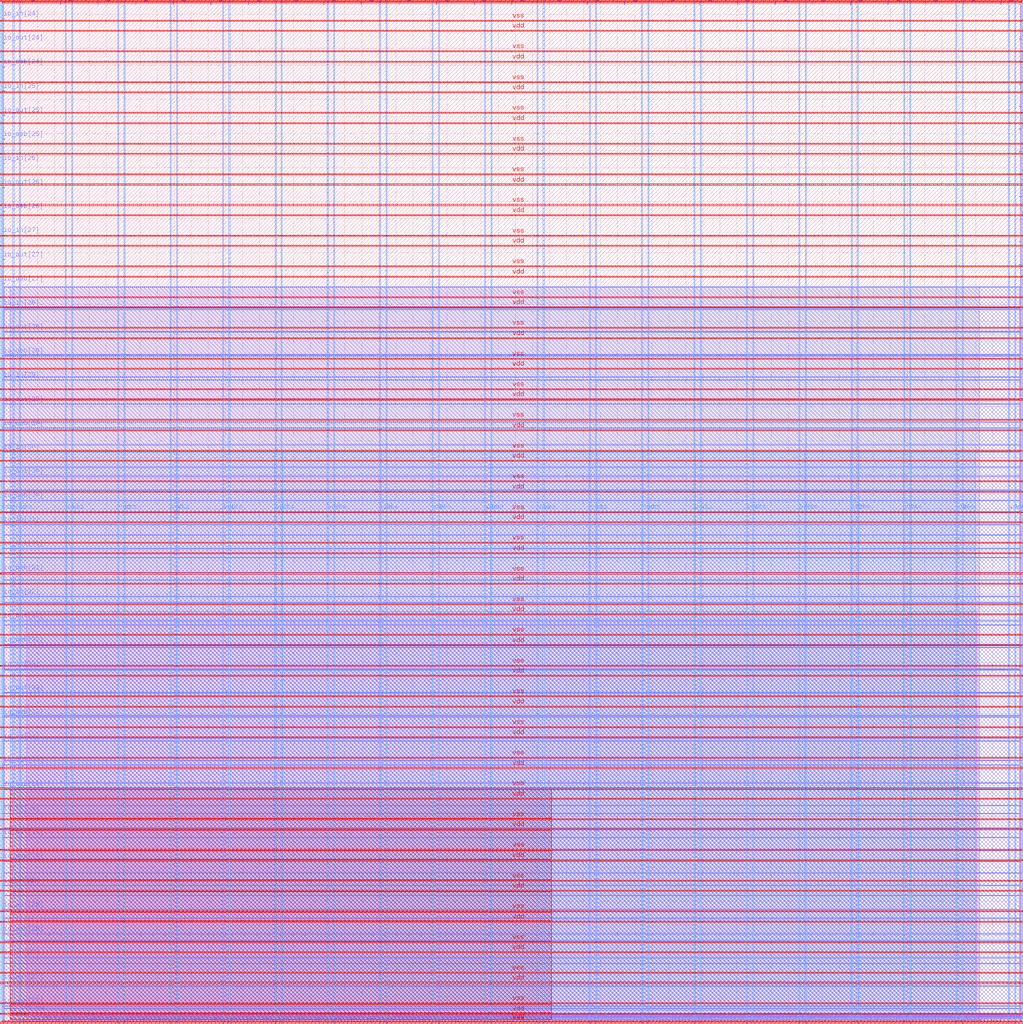
<source format=lef>
VERSION 5.7 ;
  NOWIREEXTENSIONATPIN ON ;
  DIVIDERCHAR "/" ;
  BUSBITCHARS "[]" ;
MACRO user_project_wrapper
  CLASS BLOCK ;
  FOREIGN user_project_wrapper ;
  ORIGIN 0.000 0.000 ;
  SIZE 2980.200 BY 2980.200 ;
  PIN io_in[0]
    DIRECTION INPUT ;
    USE SIGNAL ;
    PORT
      LAYER Metal3 ;
        RECT 2977.800 35.560 2985.000 36.680 ;
    END
  END io_in[0]
  PIN io_in[10]
    DIRECTION INPUT ;
    USE SIGNAL ;
    PORT
      LAYER Metal3 ;
        RECT 2977.800 2017.960 2985.000 2019.080 ;
    END
  END io_in[10]
  PIN io_in[11]
    DIRECTION INPUT ;
    USE SIGNAL ;
    PORT
      LAYER Metal3 ;
        RECT 2977.800 2216.200 2985.000 2217.320 ;
    END
  END io_in[11]
  PIN io_in[12]
    DIRECTION INPUT ;
    USE SIGNAL ;
    PORT
      LAYER Metal3 ;
        RECT 2977.800 2414.440 2985.000 2415.560 ;
    END
  END io_in[12]
  PIN io_in[13]
    DIRECTION INPUT ;
    USE SIGNAL ;
    PORT
      LAYER Metal3 ;
        RECT 2977.800 2612.680 2985.000 2613.800 ;
    END
  END io_in[13]
  PIN io_in[14]
    DIRECTION INPUT ;
    USE SIGNAL ;
    PORT
      LAYER Metal3 ;
        RECT 2977.800 2810.920 2985.000 2812.040 ;
    END
  END io_in[14]
  PIN io_in[15]
    DIRECTION INPUT ;
    USE SIGNAL ;
    PORT
      LAYER Metal2 ;
        RECT 2923.480 2977.800 2924.600 2985.000 ;
    END
  END io_in[15]
  PIN io_in[16]
    DIRECTION INPUT ;
    USE SIGNAL ;
    PORT
      LAYER Metal2 ;
        RECT 2592.520 2977.800 2593.640 2985.000 ;
    END
  END io_in[16]
  PIN io_in[17]
    DIRECTION INPUT ;
    USE SIGNAL ;
    PORT
      LAYER Metal2 ;
        RECT 2261.560 2977.800 2262.680 2985.000 ;
    END
  END io_in[17]
  PIN io_in[18]
    DIRECTION INPUT ;
    USE SIGNAL ;
    PORT
      LAYER Metal2 ;
        RECT 1930.600 2977.800 1931.720 2985.000 ;
    END
  END io_in[18]
  PIN io_in[19]
    DIRECTION INPUT ;
    USE SIGNAL ;
    PORT
      LAYER Metal2 ;
        RECT 1599.640 2977.800 1600.760 2985.000 ;
    END
  END io_in[19]
  PIN io_in[1]
    DIRECTION INPUT ;
    USE SIGNAL ;
    PORT
      LAYER Metal3 ;
        RECT 2977.800 233.800 2985.000 234.920 ;
    END
  END io_in[1]
  PIN io_in[20]
    DIRECTION INPUT ;
    USE SIGNAL ;
    PORT
      LAYER Metal2 ;
        RECT 1268.680 2977.800 1269.800 2985.000 ;
    END
  END io_in[20]
  PIN io_in[21]
    DIRECTION INPUT ;
    USE SIGNAL ;
    PORT
      LAYER Metal2 ;
        RECT 937.720 2977.800 938.840 2985.000 ;
    END
  END io_in[21]
  PIN io_in[22]
    DIRECTION INPUT ;
    USE SIGNAL ;
    PORT
      LAYER Metal2 ;
        RECT 606.760 2977.800 607.880 2985.000 ;
    END
  END io_in[22]
  PIN io_in[23]
    DIRECTION INPUT ;
    USE SIGNAL ;
    PORT
      LAYER Metal2 ;
        RECT 275.800 2977.800 276.920 2985.000 ;
    END
  END io_in[23]
  PIN io_in[24]
    DIRECTION INPUT ;
    USE SIGNAL ;
    PORT
      LAYER Metal3 ;
        RECT -4.800 2935.800 2.400 2936.920 ;
    END
  END io_in[24]
  PIN io_in[25]
    DIRECTION INPUT ;
    USE SIGNAL ;
    PORT
      LAYER Metal3 ;
        RECT -4.800 2724.120 2.400 2725.240 ;
    END
  END io_in[25]
  PIN io_in[26]
    DIRECTION INPUT ;
    USE SIGNAL ;
    PORT
      LAYER Metal3 ;
        RECT -4.800 2512.440 2.400 2513.560 ;
    END
  END io_in[26]
  PIN io_in[27]
    DIRECTION INPUT ;
    USE SIGNAL ;
    PORT
      LAYER Metal3 ;
        RECT -4.800 2300.760 2.400 2301.880 ;
    END
  END io_in[27]
  PIN io_in[28]
    DIRECTION INPUT ;
    USE SIGNAL ;
    PORT
      LAYER Metal3 ;
        RECT -4.800 2089.080 2.400 2090.200 ;
    END
  END io_in[28]
  PIN io_in[29]
    DIRECTION INPUT ;
    USE SIGNAL ;
    PORT
      LAYER Metal3 ;
        RECT -4.800 1877.400 2.400 1878.520 ;
    END
  END io_in[29]
  PIN io_in[2]
    DIRECTION INPUT ;
    USE SIGNAL ;
    PORT
      LAYER Metal3 ;
        RECT 2977.800 432.040 2985.000 433.160 ;
    END
  END io_in[2]
  PIN io_in[30]
    DIRECTION INPUT ;
    USE SIGNAL ;
    PORT
      LAYER Metal3 ;
        RECT -4.800 1665.720 2.400 1666.840 ;
    END
  END io_in[30]
  PIN io_in[31]
    DIRECTION INPUT ;
    USE SIGNAL ;
    PORT
      LAYER Metal3 ;
        RECT -4.800 1454.040 2.400 1455.160 ;
    END
  END io_in[31]
  PIN io_in[32]
    DIRECTION INPUT ;
    USE SIGNAL ;
    PORT
      LAYER Metal3 ;
        RECT -4.800 1242.360 2.400 1243.480 ;
    END
  END io_in[32]
  PIN io_in[33]
    DIRECTION INPUT ;
    USE SIGNAL ;
    PORT
      LAYER Metal3 ;
        RECT -4.800 1030.680 2.400 1031.800 ;
    END
  END io_in[33]
  PIN io_in[34]
    DIRECTION INPUT ;
    USE SIGNAL ;
    PORT
      LAYER Metal3 ;
        RECT -4.800 819.000 2.400 820.120 ;
    END
  END io_in[34]
  PIN io_in[35]
    DIRECTION INPUT ;
    USE SIGNAL ;
    PORT
      LAYER Metal3 ;
        RECT -4.800 607.320 2.400 608.440 ;
    END
  END io_in[35]
  PIN io_in[36]
    DIRECTION INPUT ;
    USE SIGNAL ;
    PORT
      LAYER Metal3 ;
        RECT -4.800 395.640 2.400 396.760 ;
    END
  END io_in[36]
  PIN io_in[37]
    DIRECTION INPUT ;
    USE SIGNAL ;
    PORT
      LAYER Metal3 ;
        RECT -4.800 183.960 2.400 185.080 ;
    END
  END io_in[37]
  PIN io_in[3]
    DIRECTION INPUT ;
    USE SIGNAL ;
    PORT
      LAYER Metal3 ;
        RECT 2977.800 630.280 2985.000 631.400 ;
    END
  END io_in[3]
  PIN io_in[4]
    DIRECTION INPUT ;
    USE SIGNAL ;
    PORT
      LAYER Metal3 ;
        RECT 2977.800 828.520 2985.000 829.640 ;
    END
  END io_in[4]
  PIN io_in[5]
    DIRECTION INPUT ;
    USE SIGNAL ;
    PORT
      LAYER Metal3 ;
        RECT 2977.800 1026.760 2985.000 1027.880 ;
    END
  END io_in[5]
  PIN io_in[6]
    DIRECTION INPUT ;
    USE SIGNAL ;
    PORT
      LAYER Metal3 ;
        RECT 2977.800 1225.000 2985.000 1226.120 ;
    END
  END io_in[6]
  PIN io_in[7]
    DIRECTION INPUT ;
    USE SIGNAL ;
    PORT
      LAYER Metal3 ;
        RECT 2977.800 1423.240 2985.000 1424.360 ;
    END
  END io_in[7]
  PIN io_in[8]
    DIRECTION INPUT ;
    USE SIGNAL ;
    PORT
      LAYER Metal3 ;
        RECT 2977.800 1621.480 2985.000 1622.600 ;
    END
  END io_in[8]
  PIN io_in[9]
    DIRECTION INPUT ;
    USE SIGNAL ;
    PORT
      LAYER Metal3 ;
        RECT 2977.800 1819.720 2985.000 1820.840 ;
    END
  END io_in[9]
  PIN io_oeb[0]
    DIRECTION OUTPUT TRISTATE ;
    USE SIGNAL ;
    PORT
      LAYER Metal3 ;
        RECT 2977.800 167.720 2985.000 168.840 ;
    END
  END io_oeb[0]
  PIN io_oeb[10]
    DIRECTION OUTPUT TRISTATE ;
    USE SIGNAL ;
    PORT
      LAYER Metal3 ;
        RECT 2977.800 2150.120 2985.000 2151.240 ;
    END
  END io_oeb[10]
  PIN io_oeb[11]
    DIRECTION OUTPUT TRISTATE ;
    USE SIGNAL ;
    PORT
      LAYER Metal3 ;
        RECT 2977.800 2348.360 2985.000 2349.480 ;
    END
  END io_oeb[11]
  PIN io_oeb[12]
    DIRECTION OUTPUT TRISTATE ;
    USE SIGNAL ;
    PORT
      LAYER Metal3 ;
        RECT 2977.800 2546.600 2985.000 2547.720 ;
    END
  END io_oeb[12]
  PIN io_oeb[13]
    DIRECTION OUTPUT TRISTATE ;
    USE SIGNAL ;
    PORT
      LAYER Metal3 ;
        RECT 2977.800 2744.840 2985.000 2745.960 ;
    END
  END io_oeb[13]
  PIN io_oeb[14]
    DIRECTION OUTPUT TRISTATE ;
    USE SIGNAL ;
    PORT
      LAYER Metal3 ;
        RECT 2977.800 2943.080 2985.000 2944.200 ;
    END
  END io_oeb[14]
  PIN io_oeb[15]
    DIRECTION OUTPUT TRISTATE ;
    USE SIGNAL ;
    PORT
      LAYER Metal2 ;
        RECT 2702.840 2977.800 2703.960 2985.000 ;
    END
  END io_oeb[15]
  PIN io_oeb[16]
    DIRECTION OUTPUT TRISTATE ;
    USE SIGNAL ;
    PORT
      LAYER Metal2 ;
        RECT 2371.880 2977.800 2373.000 2985.000 ;
    END
  END io_oeb[16]
  PIN io_oeb[17]
    DIRECTION OUTPUT TRISTATE ;
    USE SIGNAL ;
    PORT
      LAYER Metal2 ;
        RECT 2040.920 2977.800 2042.040 2985.000 ;
    END
  END io_oeb[17]
  PIN io_oeb[18]
    DIRECTION OUTPUT TRISTATE ;
    USE SIGNAL ;
    PORT
      LAYER Metal2 ;
        RECT 1709.960 2977.800 1711.080 2985.000 ;
    END
  END io_oeb[18]
  PIN io_oeb[19]
    DIRECTION OUTPUT TRISTATE ;
    USE SIGNAL ;
    PORT
      LAYER Metal2 ;
        RECT 1379.000 2977.800 1380.120 2985.000 ;
    END
  END io_oeb[19]
  PIN io_oeb[1]
    DIRECTION OUTPUT TRISTATE ;
    USE SIGNAL ;
    PORT
      LAYER Metal3 ;
        RECT 2977.800 365.960 2985.000 367.080 ;
    END
  END io_oeb[1]
  PIN io_oeb[20]
    DIRECTION OUTPUT TRISTATE ;
    USE SIGNAL ;
    PORT
      LAYER Metal2 ;
        RECT 1048.040 2977.800 1049.160 2985.000 ;
    END
  END io_oeb[20]
  PIN io_oeb[21]
    DIRECTION OUTPUT TRISTATE ;
    USE SIGNAL ;
    PORT
      LAYER Metal2 ;
        RECT 717.080 2977.800 718.200 2985.000 ;
    END
  END io_oeb[21]
  PIN io_oeb[22]
    DIRECTION OUTPUT TRISTATE ;
    USE SIGNAL ;
    PORT
      LAYER Metal2 ;
        RECT 386.120 2977.800 387.240 2985.000 ;
    END
  END io_oeb[22]
  PIN io_oeb[23]
    DIRECTION OUTPUT TRISTATE ;
    USE SIGNAL ;
    PORT
      LAYER Metal2 ;
        RECT 55.160 2977.800 56.280 2985.000 ;
    END
  END io_oeb[23]
  PIN io_oeb[24]
    DIRECTION OUTPUT TRISTATE ;
    USE SIGNAL ;
    PORT
      LAYER Metal3 ;
        RECT -4.800 2794.680 2.400 2795.800 ;
    END
  END io_oeb[24]
  PIN io_oeb[25]
    DIRECTION OUTPUT TRISTATE ;
    USE SIGNAL ;
    PORT
      LAYER Metal3 ;
        RECT -4.800 2583.000 2.400 2584.120 ;
    END
  END io_oeb[25]
  PIN io_oeb[26]
    DIRECTION OUTPUT TRISTATE ;
    USE SIGNAL ;
    PORT
      LAYER Metal3 ;
        RECT -4.800 2371.320 2.400 2372.440 ;
    END
  END io_oeb[26]
  PIN io_oeb[27]
    DIRECTION OUTPUT TRISTATE ;
    USE SIGNAL ;
    PORT
      LAYER Metal3 ;
        RECT -4.800 2159.640 2.400 2160.760 ;
    END
  END io_oeb[27]
  PIN io_oeb[28]
    DIRECTION OUTPUT TRISTATE ;
    USE SIGNAL ;
    PORT
      LAYER Metal3 ;
        RECT -4.800 1947.960 2.400 1949.080 ;
    END
  END io_oeb[28]
  PIN io_oeb[29]
    DIRECTION OUTPUT TRISTATE ;
    USE SIGNAL ;
    PORT
      LAYER Metal3 ;
        RECT -4.800 1736.280 2.400 1737.400 ;
    END
  END io_oeb[29]
  PIN io_oeb[2]
    DIRECTION OUTPUT TRISTATE ;
    USE SIGNAL ;
    PORT
      LAYER Metal3 ;
        RECT 2977.800 564.200 2985.000 565.320 ;
    END
  END io_oeb[2]
  PIN io_oeb[30]
    DIRECTION OUTPUT TRISTATE ;
    USE SIGNAL ;
    PORT
      LAYER Metal3 ;
        RECT -4.800 1524.600 2.400 1525.720 ;
    END
  END io_oeb[30]
  PIN io_oeb[31]
    DIRECTION OUTPUT TRISTATE ;
    USE SIGNAL ;
    PORT
      LAYER Metal3 ;
        RECT -4.800 1312.920 2.400 1314.040 ;
    END
  END io_oeb[31]
  PIN io_oeb[32]
    DIRECTION OUTPUT TRISTATE ;
    USE SIGNAL ;
    PORT
      LAYER Metal3 ;
        RECT -4.800 1101.240 2.400 1102.360 ;
    END
  END io_oeb[32]
  PIN io_oeb[33]
    DIRECTION OUTPUT TRISTATE ;
    USE SIGNAL ;
    PORT
      LAYER Metal3 ;
        RECT -4.800 889.560 2.400 890.680 ;
    END
  END io_oeb[33]
  PIN io_oeb[34]
    DIRECTION OUTPUT TRISTATE ;
    USE SIGNAL ;
    PORT
      LAYER Metal3 ;
        RECT -4.800 677.880 2.400 679.000 ;
    END
  END io_oeb[34]
  PIN io_oeb[35]
    DIRECTION OUTPUT TRISTATE ;
    USE SIGNAL ;
    PORT
      LAYER Metal3 ;
        RECT -4.800 466.200 2.400 467.320 ;
    END
  END io_oeb[35]
  PIN io_oeb[36]
    DIRECTION OUTPUT TRISTATE ;
    USE SIGNAL ;
    PORT
      LAYER Metal3 ;
        RECT -4.800 254.520 2.400 255.640 ;
    END
  END io_oeb[36]
  PIN io_oeb[37]
    DIRECTION OUTPUT TRISTATE ;
    USE SIGNAL ;
    PORT
      LAYER Metal3 ;
        RECT -4.800 42.840 2.400 43.960 ;
    END
  END io_oeb[37]
  PIN io_oeb[3]
    DIRECTION OUTPUT TRISTATE ;
    USE SIGNAL ;
    PORT
      LAYER Metal3 ;
        RECT 2977.800 762.440 2985.000 763.560 ;
    END
  END io_oeb[3]
  PIN io_oeb[4]
    DIRECTION OUTPUT TRISTATE ;
    USE SIGNAL ;
    PORT
      LAYER Metal3 ;
        RECT 2977.800 960.680 2985.000 961.800 ;
    END
  END io_oeb[4]
  PIN io_oeb[5]
    DIRECTION OUTPUT TRISTATE ;
    USE SIGNAL ;
    PORT
      LAYER Metal3 ;
        RECT 2977.800 1158.920 2985.000 1160.040 ;
    END
  END io_oeb[5]
  PIN io_oeb[6]
    DIRECTION OUTPUT TRISTATE ;
    USE SIGNAL ;
    PORT
      LAYER Metal3 ;
        RECT 2977.800 1357.160 2985.000 1358.280 ;
    END
  END io_oeb[6]
  PIN io_oeb[7]
    DIRECTION OUTPUT TRISTATE ;
    USE SIGNAL ;
    PORT
      LAYER Metal3 ;
        RECT 2977.800 1555.400 2985.000 1556.520 ;
    END
  END io_oeb[7]
  PIN io_oeb[8]
    DIRECTION OUTPUT TRISTATE ;
    USE SIGNAL ;
    PORT
      LAYER Metal3 ;
        RECT 2977.800 1753.640 2985.000 1754.760 ;
    END
  END io_oeb[8]
  PIN io_oeb[9]
    DIRECTION OUTPUT TRISTATE ;
    USE SIGNAL ;
    PORT
      LAYER Metal3 ;
        RECT 2977.800 1951.880 2985.000 1953.000 ;
    END
  END io_oeb[9]
  PIN io_out[0]
    DIRECTION OUTPUT TRISTATE ;
    USE SIGNAL ;
    PORT
      LAYER Metal3 ;
        RECT 2977.800 101.640 2985.000 102.760 ;
    END
  END io_out[0]
  PIN io_out[10]
    DIRECTION OUTPUT TRISTATE ;
    USE SIGNAL ;
    PORT
      LAYER Metal3 ;
        RECT 2977.800 2084.040 2985.000 2085.160 ;
    END
  END io_out[10]
  PIN io_out[11]
    DIRECTION OUTPUT TRISTATE ;
    USE SIGNAL ;
    PORT
      LAYER Metal3 ;
        RECT 2977.800 2282.280 2985.000 2283.400 ;
    END
  END io_out[11]
  PIN io_out[12]
    DIRECTION OUTPUT TRISTATE ;
    USE SIGNAL ;
    PORT
      LAYER Metal3 ;
        RECT 2977.800 2480.520 2985.000 2481.640 ;
    END
  END io_out[12]
  PIN io_out[13]
    DIRECTION OUTPUT TRISTATE ;
    USE SIGNAL ;
    PORT
      LAYER Metal3 ;
        RECT 2977.800 2678.760 2985.000 2679.880 ;
    END
  END io_out[13]
  PIN io_out[14]
    DIRECTION OUTPUT TRISTATE ;
    USE SIGNAL ;
    PORT
      LAYER Metal3 ;
        RECT 2977.800 2877.000 2985.000 2878.120 ;
    END
  END io_out[14]
  PIN io_out[15]
    DIRECTION OUTPUT TRISTATE ;
    USE SIGNAL ;
    PORT
      LAYER Metal2 ;
        RECT 2813.160 2977.800 2814.280 2985.000 ;
    END
  END io_out[15]
  PIN io_out[16]
    DIRECTION OUTPUT TRISTATE ;
    USE SIGNAL ;
    PORT
      LAYER Metal2 ;
        RECT 2482.200 2977.800 2483.320 2985.000 ;
    END
  END io_out[16]
  PIN io_out[17]
    DIRECTION OUTPUT TRISTATE ;
    USE SIGNAL ;
    PORT
      LAYER Metal2 ;
        RECT 2151.240 2977.800 2152.360 2985.000 ;
    END
  END io_out[17]
  PIN io_out[18]
    DIRECTION OUTPUT TRISTATE ;
    USE SIGNAL ;
    PORT
      LAYER Metal2 ;
        RECT 1820.280 2977.800 1821.400 2985.000 ;
    END
  END io_out[18]
  PIN io_out[19]
    DIRECTION OUTPUT TRISTATE ;
    USE SIGNAL ;
    PORT
      LAYER Metal2 ;
        RECT 1489.320 2977.800 1490.440 2985.000 ;
    END
  END io_out[19]
  PIN io_out[1]
    DIRECTION OUTPUT TRISTATE ;
    USE SIGNAL ;
    PORT
      LAYER Metal3 ;
        RECT 2977.800 299.880 2985.000 301.000 ;
    END
  END io_out[1]
  PIN io_out[20]
    DIRECTION OUTPUT TRISTATE ;
    USE SIGNAL ;
    PORT
      LAYER Metal2 ;
        RECT 1158.360 2977.800 1159.480 2985.000 ;
    END
  END io_out[20]
  PIN io_out[21]
    DIRECTION OUTPUT TRISTATE ;
    USE SIGNAL ;
    PORT
      LAYER Metal2 ;
        RECT 827.400 2977.800 828.520 2985.000 ;
    END
  END io_out[21]
  PIN io_out[22]
    DIRECTION OUTPUT TRISTATE ;
    USE SIGNAL ;
    PORT
      LAYER Metal2 ;
        RECT 496.440 2977.800 497.560 2985.000 ;
    END
  END io_out[22]
  PIN io_out[23]
    DIRECTION OUTPUT TRISTATE ;
    USE SIGNAL ;
    PORT
      LAYER Metal2 ;
        RECT 165.480 2977.800 166.600 2985.000 ;
    END
  END io_out[23]
  PIN io_out[24]
    DIRECTION OUTPUT TRISTATE ;
    USE SIGNAL ;
    PORT
      LAYER Metal3 ;
        RECT -4.800 2865.240 2.400 2866.360 ;
    END
  END io_out[24]
  PIN io_out[25]
    DIRECTION OUTPUT TRISTATE ;
    USE SIGNAL ;
    PORT
      LAYER Metal3 ;
        RECT -4.800 2653.560 2.400 2654.680 ;
    END
  END io_out[25]
  PIN io_out[26]
    DIRECTION OUTPUT TRISTATE ;
    USE SIGNAL ;
    PORT
      LAYER Metal3 ;
        RECT -4.800 2441.880 2.400 2443.000 ;
    END
  END io_out[26]
  PIN io_out[27]
    DIRECTION OUTPUT TRISTATE ;
    USE SIGNAL ;
    PORT
      LAYER Metal3 ;
        RECT -4.800 2230.200 2.400 2231.320 ;
    END
  END io_out[27]
  PIN io_out[28]
    DIRECTION OUTPUT TRISTATE ;
    USE SIGNAL ;
    PORT
      LAYER Metal3 ;
        RECT -4.800 2018.520 2.400 2019.640 ;
    END
  END io_out[28]
  PIN io_out[29]
    DIRECTION OUTPUT TRISTATE ;
    USE SIGNAL ;
    PORT
      LAYER Metal3 ;
        RECT -4.800 1806.840 2.400 1807.960 ;
    END
  END io_out[29]
  PIN io_out[2]
    DIRECTION OUTPUT TRISTATE ;
    USE SIGNAL ;
    PORT
      LAYER Metal3 ;
        RECT 2977.800 498.120 2985.000 499.240 ;
    END
  END io_out[2]
  PIN io_out[30]
    DIRECTION OUTPUT TRISTATE ;
    USE SIGNAL ;
    PORT
      LAYER Metal3 ;
        RECT -4.800 1595.160 2.400 1596.280 ;
    END
  END io_out[30]
  PIN io_out[31]
    DIRECTION OUTPUT TRISTATE ;
    USE SIGNAL ;
    PORT
      LAYER Metal3 ;
        RECT -4.800 1383.480 2.400 1384.600 ;
    END
  END io_out[31]
  PIN io_out[32]
    DIRECTION OUTPUT TRISTATE ;
    USE SIGNAL ;
    PORT
      LAYER Metal3 ;
        RECT -4.800 1171.800 2.400 1172.920 ;
    END
  END io_out[32]
  PIN io_out[33]
    DIRECTION OUTPUT TRISTATE ;
    USE SIGNAL ;
    PORT
      LAYER Metal3 ;
        RECT -4.800 960.120 2.400 961.240 ;
    END
  END io_out[33]
  PIN io_out[34]
    DIRECTION OUTPUT TRISTATE ;
    USE SIGNAL ;
    PORT
      LAYER Metal3 ;
        RECT -4.800 748.440 2.400 749.560 ;
    END
  END io_out[34]
  PIN io_out[35]
    DIRECTION OUTPUT TRISTATE ;
    USE SIGNAL ;
    PORT
      LAYER Metal3 ;
        RECT -4.800 536.760 2.400 537.880 ;
    END
  END io_out[35]
  PIN io_out[36]
    DIRECTION OUTPUT TRISTATE ;
    USE SIGNAL ;
    PORT
      LAYER Metal3 ;
        RECT -4.800 325.080 2.400 326.200 ;
    END
  END io_out[36]
  PIN io_out[37]
    DIRECTION OUTPUT TRISTATE ;
    USE SIGNAL ;
    PORT
      LAYER Metal3 ;
        RECT -4.800 113.400 2.400 114.520 ;
    END
  END io_out[37]
  PIN io_out[3]
    DIRECTION OUTPUT TRISTATE ;
    USE SIGNAL ;
    PORT
      LAYER Metal3 ;
        RECT 2977.800 696.360 2985.000 697.480 ;
    END
  END io_out[3]
  PIN io_out[4]
    DIRECTION OUTPUT TRISTATE ;
    USE SIGNAL ;
    PORT
      LAYER Metal3 ;
        RECT 2977.800 894.600 2985.000 895.720 ;
    END
  END io_out[4]
  PIN io_out[5]
    DIRECTION OUTPUT TRISTATE ;
    USE SIGNAL ;
    PORT
      LAYER Metal3 ;
        RECT 2977.800 1092.840 2985.000 1093.960 ;
    END
  END io_out[5]
  PIN io_out[6]
    DIRECTION OUTPUT TRISTATE ;
    USE SIGNAL ;
    PORT
      LAYER Metal3 ;
        RECT 2977.800 1291.080 2985.000 1292.200 ;
    END
  END io_out[6]
  PIN io_out[7]
    DIRECTION OUTPUT TRISTATE ;
    USE SIGNAL ;
    PORT
      LAYER Metal3 ;
        RECT 2977.800 1489.320 2985.000 1490.440 ;
    END
  END io_out[7]
  PIN io_out[8]
    DIRECTION OUTPUT TRISTATE ;
    USE SIGNAL ;
    PORT
      LAYER Metal3 ;
        RECT 2977.800 1687.560 2985.000 1688.680 ;
    END
  END io_out[8]
  PIN io_out[9]
    DIRECTION OUTPUT TRISTATE ;
    USE SIGNAL ;
    PORT
      LAYER Metal3 ;
        RECT 2977.800 1885.800 2985.000 1886.920 ;
    END
  END io_out[9]
  PIN la_data_in[0]
    DIRECTION INPUT ;
    USE SIGNAL ;
    PORT
      LAYER Metal2 ;
        RECT 1065.960 -4.800 1067.080 2.400 ;
    END
  END la_data_in[0]
  PIN la_data_in[10]
    DIRECTION INPUT ;
    USE SIGNAL ;
    PORT
      LAYER Metal2 ;
        RECT 1351.560 -4.800 1352.680 2.400 ;
    END
  END la_data_in[10]
  PIN la_data_in[11]
    DIRECTION INPUT ;
    USE SIGNAL ;
    PORT
      LAYER Metal2 ;
        RECT 1380.120 -4.800 1381.240 2.400 ;
    END
  END la_data_in[11]
  PIN la_data_in[12]
    DIRECTION INPUT ;
    USE SIGNAL ;
    PORT
      LAYER Metal2 ;
        RECT 1408.680 -4.800 1409.800 2.400 ;
    END
  END la_data_in[12]
  PIN la_data_in[13]
    DIRECTION INPUT ;
    USE SIGNAL ;
    PORT
      LAYER Metal2 ;
        RECT 1437.240 -4.800 1438.360 2.400 ;
    END
  END la_data_in[13]
  PIN la_data_in[14]
    DIRECTION INPUT ;
    USE SIGNAL ;
    PORT
      LAYER Metal2 ;
        RECT 1465.800 -4.800 1466.920 2.400 ;
    END
  END la_data_in[14]
  PIN la_data_in[15]
    DIRECTION INPUT ;
    USE SIGNAL ;
    PORT
      LAYER Metal2 ;
        RECT 1494.360 -4.800 1495.480 2.400 ;
    END
  END la_data_in[15]
  PIN la_data_in[16]
    DIRECTION INPUT ;
    USE SIGNAL ;
    PORT
      LAYER Metal2 ;
        RECT 1522.920 -4.800 1524.040 2.400 ;
    END
  END la_data_in[16]
  PIN la_data_in[17]
    DIRECTION INPUT ;
    USE SIGNAL ;
    PORT
      LAYER Metal2 ;
        RECT 1551.480 -4.800 1552.600 2.400 ;
    END
  END la_data_in[17]
  PIN la_data_in[18]
    DIRECTION INPUT ;
    USE SIGNAL ;
    PORT
      LAYER Metal2 ;
        RECT 1580.040 -4.800 1581.160 2.400 ;
    END
  END la_data_in[18]
  PIN la_data_in[19]
    DIRECTION INPUT ;
    USE SIGNAL ;
    PORT
      LAYER Metal2 ;
        RECT 1608.600 -4.800 1609.720 2.400 ;
    END
  END la_data_in[19]
  PIN la_data_in[1]
    DIRECTION INPUT ;
    USE SIGNAL ;
    PORT
      LAYER Metal2 ;
        RECT 1094.520 -4.800 1095.640 2.400 ;
    END
  END la_data_in[1]
  PIN la_data_in[20]
    DIRECTION INPUT ;
    USE SIGNAL ;
    PORT
      LAYER Metal2 ;
        RECT 1637.160 -4.800 1638.280 2.400 ;
    END
  END la_data_in[20]
  PIN la_data_in[21]
    DIRECTION INPUT ;
    USE SIGNAL ;
    PORT
      LAYER Metal2 ;
        RECT 1665.720 -4.800 1666.840 2.400 ;
    END
  END la_data_in[21]
  PIN la_data_in[22]
    DIRECTION INPUT ;
    USE SIGNAL ;
    PORT
      LAYER Metal2 ;
        RECT 1694.280 -4.800 1695.400 2.400 ;
    END
  END la_data_in[22]
  PIN la_data_in[23]
    DIRECTION INPUT ;
    USE SIGNAL ;
    PORT
      LAYER Metal2 ;
        RECT 1722.840 -4.800 1723.960 2.400 ;
    END
  END la_data_in[23]
  PIN la_data_in[24]
    DIRECTION INPUT ;
    USE SIGNAL ;
    PORT
      LAYER Metal2 ;
        RECT 1751.400 -4.800 1752.520 2.400 ;
    END
  END la_data_in[24]
  PIN la_data_in[25]
    DIRECTION INPUT ;
    USE SIGNAL ;
    PORT
      LAYER Metal2 ;
        RECT 1779.960 -4.800 1781.080 2.400 ;
    END
  END la_data_in[25]
  PIN la_data_in[26]
    DIRECTION INPUT ;
    USE SIGNAL ;
    PORT
      LAYER Metal2 ;
        RECT 1808.520 -4.800 1809.640 2.400 ;
    END
  END la_data_in[26]
  PIN la_data_in[27]
    DIRECTION INPUT ;
    USE SIGNAL ;
    PORT
      LAYER Metal2 ;
        RECT 1837.080 -4.800 1838.200 2.400 ;
    END
  END la_data_in[27]
  PIN la_data_in[28]
    DIRECTION INPUT ;
    USE SIGNAL ;
    PORT
      LAYER Metal2 ;
        RECT 1865.640 -4.800 1866.760 2.400 ;
    END
  END la_data_in[28]
  PIN la_data_in[29]
    DIRECTION INPUT ;
    USE SIGNAL ;
    PORT
      LAYER Metal2 ;
        RECT 1894.200 -4.800 1895.320 2.400 ;
    END
  END la_data_in[29]
  PIN la_data_in[2]
    DIRECTION INPUT ;
    USE SIGNAL ;
    PORT
      LAYER Metal2 ;
        RECT 1123.080 -4.800 1124.200 2.400 ;
    END
  END la_data_in[2]
  PIN la_data_in[30]
    DIRECTION INPUT ;
    USE SIGNAL ;
    PORT
      LAYER Metal2 ;
        RECT 1922.760 -4.800 1923.880 2.400 ;
    END
  END la_data_in[30]
  PIN la_data_in[31]
    DIRECTION INPUT ;
    USE SIGNAL ;
    PORT
      LAYER Metal2 ;
        RECT 1951.320 -4.800 1952.440 2.400 ;
    END
  END la_data_in[31]
  PIN la_data_in[32]
    DIRECTION INPUT ;
    USE SIGNAL ;
    PORT
      LAYER Metal2 ;
        RECT 1979.880 -4.800 1981.000 2.400 ;
    END
  END la_data_in[32]
  PIN la_data_in[33]
    DIRECTION INPUT ;
    USE SIGNAL ;
    PORT
      LAYER Metal2 ;
        RECT 2008.440 -4.800 2009.560 2.400 ;
    END
  END la_data_in[33]
  PIN la_data_in[34]
    DIRECTION INPUT ;
    USE SIGNAL ;
    PORT
      LAYER Metal2 ;
        RECT 2037.000 -4.800 2038.120 2.400 ;
    END
  END la_data_in[34]
  PIN la_data_in[35]
    DIRECTION INPUT ;
    USE SIGNAL ;
    PORT
      LAYER Metal2 ;
        RECT 2065.560 -4.800 2066.680 2.400 ;
    END
  END la_data_in[35]
  PIN la_data_in[36]
    DIRECTION INPUT ;
    USE SIGNAL ;
    PORT
      LAYER Metal2 ;
        RECT 2094.120 -4.800 2095.240 2.400 ;
    END
  END la_data_in[36]
  PIN la_data_in[37]
    DIRECTION INPUT ;
    USE SIGNAL ;
    PORT
      LAYER Metal2 ;
        RECT 2122.680 -4.800 2123.800 2.400 ;
    END
  END la_data_in[37]
  PIN la_data_in[38]
    DIRECTION INPUT ;
    USE SIGNAL ;
    PORT
      LAYER Metal2 ;
        RECT 2151.240 -4.800 2152.360 2.400 ;
    END
  END la_data_in[38]
  PIN la_data_in[39]
    DIRECTION INPUT ;
    USE SIGNAL ;
    PORT
      LAYER Metal2 ;
        RECT 2179.800 -4.800 2180.920 2.400 ;
    END
  END la_data_in[39]
  PIN la_data_in[3]
    DIRECTION INPUT ;
    USE SIGNAL ;
    PORT
      LAYER Metal2 ;
        RECT 1151.640 -4.800 1152.760 2.400 ;
    END
  END la_data_in[3]
  PIN la_data_in[40]
    DIRECTION INPUT ;
    USE SIGNAL ;
    PORT
      LAYER Metal2 ;
        RECT 2208.360 -4.800 2209.480 2.400 ;
    END
  END la_data_in[40]
  PIN la_data_in[41]
    DIRECTION INPUT ;
    USE SIGNAL ;
    PORT
      LAYER Metal2 ;
        RECT 2236.920 -4.800 2238.040 2.400 ;
    END
  END la_data_in[41]
  PIN la_data_in[42]
    DIRECTION INPUT ;
    USE SIGNAL ;
    PORT
      LAYER Metal2 ;
        RECT 2265.480 -4.800 2266.600 2.400 ;
    END
  END la_data_in[42]
  PIN la_data_in[43]
    DIRECTION INPUT ;
    USE SIGNAL ;
    PORT
      LAYER Metal2 ;
        RECT 2294.040 -4.800 2295.160 2.400 ;
    END
  END la_data_in[43]
  PIN la_data_in[44]
    DIRECTION INPUT ;
    USE SIGNAL ;
    PORT
      LAYER Metal2 ;
        RECT 2322.600 -4.800 2323.720 2.400 ;
    END
  END la_data_in[44]
  PIN la_data_in[45]
    DIRECTION INPUT ;
    USE SIGNAL ;
    PORT
      LAYER Metal2 ;
        RECT 2351.160 -4.800 2352.280 2.400 ;
    END
  END la_data_in[45]
  PIN la_data_in[46]
    DIRECTION INPUT ;
    USE SIGNAL ;
    PORT
      LAYER Metal2 ;
        RECT 2379.720 -4.800 2380.840 2.400 ;
    END
  END la_data_in[46]
  PIN la_data_in[47]
    DIRECTION INPUT ;
    USE SIGNAL ;
    PORT
      LAYER Metal2 ;
        RECT 2408.280 -4.800 2409.400 2.400 ;
    END
  END la_data_in[47]
  PIN la_data_in[48]
    DIRECTION INPUT ;
    USE SIGNAL ;
    PORT
      LAYER Metal2 ;
        RECT 2436.840 -4.800 2437.960 2.400 ;
    END
  END la_data_in[48]
  PIN la_data_in[49]
    DIRECTION INPUT ;
    USE SIGNAL ;
    PORT
      LAYER Metal2 ;
        RECT 2465.400 -4.800 2466.520 2.400 ;
    END
  END la_data_in[49]
  PIN la_data_in[4]
    DIRECTION INPUT ;
    USE SIGNAL ;
    PORT
      LAYER Metal2 ;
        RECT 1180.200 -4.800 1181.320 2.400 ;
    END
  END la_data_in[4]
  PIN la_data_in[50]
    DIRECTION INPUT ;
    USE SIGNAL ;
    PORT
      LAYER Metal2 ;
        RECT 2493.960 -4.800 2495.080 2.400 ;
    END
  END la_data_in[50]
  PIN la_data_in[51]
    DIRECTION INPUT ;
    USE SIGNAL ;
    PORT
      LAYER Metal2 ;
        RECT 2522.520 -4.800 2523.640 2.400 ;
    END
  END la_data_in[51]
  PIN la_data_in[52]
    DIRECTION INPUT ;
    USE SIGNAL ;
    PORT
      LAYER Metal2 ;
        RECT 2551.080 -4.800 2552.200 2.400 ;
    END
  END la_data_in[52]
  PIN la_data_in[53]
    DIRECTION INPUT ;
    USE SIGNAL ;
    PORT
      LAYER Metal2 ;
        RECT 2579.640 -4.800 2580.760 2.400 ;
    END
  END la_data_in[53]
  PIN la_data_in[54]
    DIRECTION INPUT ;
    USE SIGNAL ;
    PORT
      LAYER Metal2 ;
        RECT 2608.200 -4.800 2609.320 2.400 ;
    END
  END la_data_in[54]
  PIN la_data_in[55]
    DIRECTION INPUT ;
    USE SIGNAL ;
    PORT
      LAYER Metal2 ;
        RECT 2636.760 -4.800 2637.880 2.400 ;
    END
  END la_data_in[55]
  PIN la_data_in[56]
    DIRECTION INPUT ;
    USE SIGNAL ;
    PORT
      LAYER Metal2 ;
        RECT 2665.320 -4.800 2666.440 2.400 ;
    END
  END la_data_in[56]
  PIN la_data_in[57]
    DIRECTION INPUT ;
    USE SIGNAL ;
    PORT
      LAYER Metal2 ;
        RECT 2693.880 -4.800 2695.000 2.400 ;
    END
  END la_data_in[57]
  PIN la_data_in[58]
    DIRECTION INPUT ;
    USE SIGNAL ;
    PORT
      LAYER Metal2 ;
        RECT 2722.440 -4.800 2723.560 2.400 ;
    END
  END la_data_in[58]
  PIN la_data_in[59]
    DIRECTION INPUT ;
    USE SIGNAL ;
    PORT
      LAYER Metal2 ;
        RECT 2751.000 -4.800 2752.120 2.400 ;
    END
  END la_data_in[59]
  PIN la_data_in[5]
    DIRECTION INPUT ;
    USE SIGNAL ;
    PORT
      LAYER Metal2 ;
        RECT 1208.760 -4.800 1209.880 2.400 ;
    END
  END la_data_in[5]
  PIN la_data_in[60]
    DIRECTION INPUT ;
    USE SIGNAL ;
    PORT
      LAYER Metal2 ;
        RECT 2779.560 -4.800 2780.680 2.400 ;
    END
  END la_data_in[60]
  PIN la_data_in[61]
    DIRECTION INPUT ;
    USE SIGNAL ;
    PORT
      LAYER Metal2 ;
        RECT 2808.120 -4.800 2809.240 2.400 ;
    END
  END la_data_in[61]
  PIN la_data_in[62]
    DIRECTION INPUT ;
    USE SIGNAL ;
    PORT
      LAYER Metal2 ;
        RECT 2836.680 -4.800 2837.800 2.400 ;
    END
  END la_data_in[62]
  PIN la_data_in[63]
    DIRECTION INPUT ;
    USE SIGNAL ;
    PORT
      LAYER Metal2 ;
        RECT 2865.240 -4.800 2866.360 2.400 ;
    END
  END la_data_in[63]
  PIN la_data_in[6]
    DIRECTION INPUT ;
    USE SIGNAL ;
    PORT
      LAYER Metal2 ;
        RECT 1237.320 -4.800 1238.440 2.400 ;
    END
  END la_data_in[6]
  PIN la_data_in[7]
    DIRECTION INPUT ;
    USE SIGNAL ;
    PORT
      LAYER Metal2 ;
        RECT 1265.880 -4.800 1267.000 2.400 ;
    END
  END la_data_in[7]
  PIN la_data_in[8]
    DIRECTION INPUT ;
    USE SIGNAL ;
    PORT
      LAYER Metal2 ;
        RECT 1294.440 -4.800 1295.560 2.400 ;
    END
  END la_data_in[8]
  PIN la_data_in[9]
    DIRECTION INPUT ;
    USE SIGNAL ;
    PORT
      LAYER Metal2 ;
        RECT 1323.000 -4.800 1324.120 2.400 ;
    END
  END la_data_in[9]
  PIN la_data_out[0]
    DIRECTION OUTPUT TRISTATE ;
    USE SIGNAL ;
    PORT
      LAYER Metal2 ;
        RECT 1075.480 -4.800 1076.600 2.400 ;
    END
  END la_data_out[0]
  PIN la_data_out[10]
    DIRECTION OUTPUT TRISTATE ;
    USE SIGNAL ;
    PORT
      LAYER Metal2 ;
        RECT 1361.080 -4.800 1362.200 2.400 ;
    END
  END la_data_out[10]
  PIN la_data_out[11]
    DIRECTION OUTPUT TRISTATE ;
    USE SIGNAL ;
    PORT
      LAYER Metal2 ;
        RECT 1389.640 -4.800 1390.760 2.400 ;
    END
  END la_data_out[11]
  PIN la_data_out[12]
    DIRECTION OUTPUT TRISTATE ;
    USE SIGNAL ;
    PORT
      LAYER Metal2 ;
        RECT 1418.200 -4.800 1419.320 2.400 ;
    END
  END la_data_out[12]
  PIN la_data_out[13]
    DIRECTION OUTPUT TRISTATE ;
    USE SIGNAL ;
    PORT
      LAYER Metal2 ;
        RECT 1446.760 -4.800 1447.880 2.400 ;
    END
  END la_data_out[13]
  PIN la_data_out[14]
    DIRECTION OUTPUT TRISTATE ;
    USE SIGNAL ;
    PORT
      LAYER Metal2 ;
        RECT 1475.320 -4.800 1476.440 2.400 ;
    END
  END la_data_out[14]
  PIN la_data_out[15]
    DIRECTION OUTPUT TRISTATE ;
    USE SIGNAL ;
    PORT
      LAYER Metal2 ;
        RECT 1503.880 -4.800 1505.000 2.400 ;
    END
  END la_data_out[15]
  PIN la_data_out[16]
    DIRECTION OUTPUT TRISTATE ;
    USE SIGNAL ;
    PORT
      LAYER Metal2 ;
        RECT 1532.440 -4.800 1533.560 2.400 ;
    END
  END la_data_out[16]
  PIN la_data_out[17]
    DIRECTION OUTPUT TRISTATE ;
    USE SIGNAL ;
    PORT
      LAYER Metal2 ;
        RECT 1561.000 -4.800 1562.120 2.400 ;
    END
  END la_data_out[17]
  PIN la_data_out[18]
    DIRECTION OUTPUT TRISTATE ;
    USE SIGNAL ;
    PORT
      LAYER Metal2 ;
        RECT 1589.560 -4.800 1590.680 2.400 ;
    END
  END la_data_out[18]
  PIN la_data_out[19]
    DIRECTION OUTPUT TRISTATE ;
    USE SIGNAL ;
    PORT
      LAYER Metal2 ;
        RECT 1618.120 -4.800 1619.240 2.400 ;
    END
  END la_data_out[19]
  PIN la_data_out[1]
    DIRECTION OUTPUT TRISTATE ;
    USE SIGNAL ;
    PORT
      LAYER Metal2 ;
        RECT 1104.040 -4.800 1105.160 2.400 ;
    END
  END la_data_out[1]
  PIN la_data_out[20]
    DIRECTION OUTPUT TRISTATE ;
    USE SIGNAL ;
    PORT
      LAYER Metal2 ;
        RECT 1646.680 -4.800 1647.800 2.400 ;
    END
  END la_data_out[20]
  PIN la_data_out[21]
    DIRECTION OUTPUT TRISTATE ;
    USE SIGNAL ;
    PORT
      LAYER Metal2 ;
        RECT 1675.240 -4.800 1676.360 2.400 ;
    END
  END la_data_out[21]
  PIN la_data_out[22]
    DIRECTION OUTPUT TRISTATE ;
    USE SIGNAL ;
    PORT
      LAYER Metal2 ;
        RECT 1703.800 -4.800 1704.920 2.400 ;
    END
  END la_data_out[22]
  PIN la_data_out[23]
    DIRECTION OUTPUT TRISTATE ;
    USE SIGNAL ;
    PORT
      LAYER Metal2 ;
        RECT 1732.360 -4.800 1733.480 2.400 ;
    END
  END la_data_out[23]
  PIN la_data_out[24]
    DIRECTION OUTPUT TRISTATE ;
    USE SIGNAL ;
    PORT
      LAYER Metal2 ;
        RECT 1760.920 -4.800 1762.040 2.400 ;
    END
  END la_data_out[24]
  PIN la_data_out[25]
    DIRECTION OUTPUT TRISTATE ;
    USE SIGNAL ;
    PORT
      LAYER Metal2 ;
        RECT 1789.480 -4.800 1790.600 2.400 ;
    END
  END la_data_out[25]
  PIN la_data_out[26]
    DIRECTION OUTPUT TRISTATE ;
    USE SIGNAL ;
    PORT
      LAYER Metal2 ;
        RECT 1818.040 -4.800 1819.160 2.400 ;
    END
  END la_data_out[26]
  PIN la_data_out[27]
    DIRECTION OUTPUT TRISTATE ;
    USE SIGNAL ;
    PORT
      LAYER Metal2 ;
        RECT 1846.600 -4.800 1847.720 2.400 ;
    END
  END la_data_out[27]
  PIN la_data_out[28]
    DIRECTION OUTPUT TRISTATE ;
    USE SIGNAL ;
    PORT
      LAYER Metal2 ;
        RECT 1875.160 -4.800 1876.280 2.400 ;
    END
  END la_data_out[28]
  PIN la_data_out[29]
    DIRECTION OUTPUT TRISTATE ;
    USE SIGNAL ;
    PORT
      LAYER Metal2 ;
        RECT 1903.720 -4.800 1904.840 2.400 ;
    END
  END la_data_out[29]
  PIN la_data_out[2]
    DIRECTION OUTPUT TRISTATE ;
    USE SIGNAL ;
    PORT
      LAYER Metal2 ;
        RECT 1132.600 -4.800 1133.720 2.400 ;
    END
  END la_data_out[2]
  PIN la_data_out[30]
    DIRECTION OUTPUT TRISTATE ;
    USE SIGNAL ;
    PORT
      LAYER Metal2 ;
        RECT 1932.280 -4.800 1933.400 2.400 ;
    END
  END la_data_out[30]
  PIN la_data_out[31]
    DIRECTION OUTPUT TRISTATE ;
    USE SIGNAL ;
    PORT
      LAYER Metal2 ;
        RECT 1960.840 -4.800 1961.960 2.400 ;
    END
  END la_data_out[31]
  PIN la_data_out[32]
    DIRECTION OUTPUT TRISTATE ;
    USE SIGNAL ;
    PORT
      LAYER Metal2 ;
        RECT 1989.400 -4.800 1990.520 2.400 ;
    END
  END la_data_out[32]
  PIN la_data_out[33]
    DIRECTION OUTPUT TRISTATE ;
    USE SIGNAL ;
    PORT
      LAYER Metal2 ;
        RECT 2017.960 -4.800 2019.080 2.400 ;
    END
  END la_data_out[33]
  PIN la_data_out[34]
    DIRECTION OUTPUT TRISTATE ;
    USE SIGNAL ;
    PORT
      LAYER Metal2 ;
        RECT 2046.520 -4.800 2047.640 2.400 ;
    END
  END la_data_out[34]
  PIN la_data_out[35]
    DIRECTION OUTPUT TRISTATE ;
    USE SIGNAL ;
    PORT
      LAYER Metal2 ;
        RECT 2075.080 -4.800 2076.200 2.400 ;
    END
  END la_data_out[35]
  PIN la_data_out[36]
    DIRECTION OUTPUT TRISTATE ;
    USE SIGNAL ;
    PORT
      LAYER Metal2 ;
        RECT 2103.640 -4.800 2104.760 2.400 ;
    END
  END la_data_out[36]
  PIN la_data_out[37]
    DIRECTION OUTPUT TRISTATE ;
    USE SIGNAL ;
    PORT
      LAYER Metal2 ;
        RECT 2132.200 -4.800 2133.320 2.400 ;
    END
  END la_data_out[37]
  PIN la_data_out[38]
    DIRECTION OUTPUT TRISTATE ;
    USE SIGNAL ;
    PORT
      LAYER Metal2 ;
        RECT 2160.760 -4.800 2161.880 2.400 ;
    END
  END la_data_out[38]
  PIN la_data_out[39]
    DIRECTION OUTPUT TRISTATE ;
    USE SIGNAL ;
    PORT
      LAYER Metal2 ;
        RECT 2189.320 -4.800 2190.440 2.400 ;
    END
  END la_data_out[39]
  PIN la_data_out[3]
    DIRECTION OUTPUT TRISTATE ;
    USE SIGNAL ;
    PORT
      LAYER Metal2 ;
        RECT 1161.160 -4.800 1162.280 2.400 ;
    END
  END la_data_out[3]
  PIN la_data_out[40]
    DIRECTION OUTPUT TRISTATE ;
    USE SIGNAL ;
    PORT
      LAYER Metal2 ;
        RECT 2217.880 -4.800 2219.000 2.400 ;
    END
  END la_data_out[40]
  PIN la_data_out[41]
    DIRECTION OUTPUT TRISTATE ;
    USE SIGNAL ;
    PORT
      LAYER Metal2 ;
        RECT 2246.440 -4.800 2247.560 2.400 ;
    END
  END la_data_out[41]
  PIN la_data_out[42]
    DIRECTION OUTPUT TRISTATE ;
    USE SIGNAL ;
    PORT
      LAYER Metal2 ;
        RECT 2275.000 -4.800 2276.120 2.400 ;
    END
  END la_data_out[42]
  PIN la_data_out[43]
    DIRECTION OUTPUT TRISTATE ;
    USE SIGNAL ;
    PORT
      LAYER Metal2 ;
        RECT 2303.560 -4.800 2304.680 2.400 ;
    END
  END la_data_out[43]
  PIN la_data_out[44]
    DIRECTION OUTPUT TRISTATE ;
    USE SIGNAL ;
    PORT
      LAYER Metal2 ;
        RECT 2332.120 -4.800 2333.240 2.400 ;
    END
  END la_data_out[44]
  PIN la_data_out[45]
    DIRECTION OUTPUT TRISTATE ;
    USE SIGNAL ;
    PORT
      LAYER Metal2 ;
        RECT 2360.680 -4.800 2361.800 2.400 ;
    END
  END la_data_out[45]
  PIN la_data_out[46]
    DIRECTION OUTPUT TRISTATE ;
    USE SIGNAL ;
    PORT
      LAYER Metal2 ;
        RECT 2389.240 -4.800 2390.360 2.400 ;
    END
  END la_data_out[46]
  PIN la_data_out[47]
    DIRECTION OUTPUT TRISTATE ;
    USE SIGNAL ;
    PORT
      LAYER Metal2 ;
        RECT 2417.800 -4.800 2418.920 2.400 ;
    END
  END la_data_out[47]
  PIN la_data_out[48]
    DIRECTION OUTPUT TRISTATE ;
    USE SIGNAL ;
    PORT
      LAYER Metal2 ;
        RECT 2446.360 -4.800 2447.480 2.400 ;
    END
  END la_data_out[48]
  PIN la_data_out[49]
    DIRECTION OUTPUT TRISTATE ;
    USE SIGNAL ;
    PORT
      LAYER Metal2 ;
        RECT 2474.920 -4.800 2476.040 2.400 ;
    END
  END la_data_out[49]
  PIN la_data_out[4]
    DIRECTION OUTPUT TRISTATE ;
    USE SIGNAL ;
    PORT
      LAYER Metal2 ;
        RECT 1189.720 -4.800 1190.840 2.400 ;
    END
  END la_data_out[4]
  PIN la_data_out[50]
    DIRECTION OUTPUT TRISTATE ;
    USE SIGNAL ;
    PORT
      LAYER Metal2 ;
        RECT 2503.480 -4.800 2504.600 2.400 ;
    END
  END la_data_out[50]
  PIN la_data_out[51]
    DIRECTION OUTPUT TRISTATE ;
    USE SIGNAL ;
    PORT
      LAYER Metal2 ;
        RECT 2532.040 -4.800 2533.160 2.400 ;
    END
  END la_data_out[51]
  PIN la_data_out[52]
    DIRECTION OUTPUT TRISTATE ;
    USE SIGNAL ;
    PORT
      LAYER Metal2 ;
        RECT 2560.600 -4.800 2561.720 2.400 ;
    END
  END la_data_out[52]
  PIN la_data_out[53]
    DIRECTION OUTPUT TRISTATE ;
    USE SIGNAL ;
    PORT
      LAYER Metal2 ;
        RECT 2589.160 -4.800 2590.280 2.400 ;
    END
  END la_data_out[53]
  PIN la_data_out[54]
    DIRECTION OUTPUT TRISTATE ;
    USE SIGNAL ;
    PORT
      LAYER Metal2 ;
        RECT 2617.720 -4.800 2618.840 2.400 ;
    END
  END la_data_out[54]
  PIN la_data_out[55]
    DIRECTION OUTPUT TRISTATE ;
    USE SIGNAL ;
    PORT
      LAYER Metal2 ;
        RECT 2646.280 -4.800 2647.400 2.400 ;
    END
  END la_data_out[55]
  PIN la_data_out[56]
    DIRECTION OUTPUT TRISTATE ;
    USE SIGNAL ;
    PORT
      LAYER Metal2 ;
        RECT 2674.840 -4.800 2675.960 2.400 ;
    END
  END la_data_out[56]
  PIN la_data_out[57]
    DIRECTION OUTPUT TRISTATE ;
    USE SIGNAL ;
    PORT
      LAYER Metal2 ;
        RECT 2703.400 -4.800 2704.520 2.400 ;
    END
  END la_data_out[57]
  PIN la_data_out[58]
    DIRECTION OUTPUT TRISTATE ;
    USE SIGNAL ;
    PORT
      LAYER Metal2 ;
        RECT 2731.960 -4.800 2733.080 2.400 ;
    END
  END la_data_out[58]
  PIN la_data_out[59]
    DIRECTION OUTPUT TRISTATE ;
    USE SIGNAL ;
    PORT
      LAYER Metal2 ;
        RECT 2760.520 -4.800 2761.640 2.400 ;
    END
  END la_data_out[59]
  PIN la_data_out[5]
    DIRECTION OUTPUT TRISTATE ;
    USE SIGNAL ;
    PORT
      LAYER Metal2 ;
        RECT 1218.280 -4.800 1219.400 2.400 ;
    END
  END la_data_out[5]
  PIN la_data_out[60]
    DIRECTION OUTPUT TRISTATE ;
    USE SIGNAL ;
    PORT
      LAYER Metal2 ;
        RECT 2789.080 -4.800 2790.200 2.400 ;
    END
  END la_data_out[60]
  PIN la_data_out[61]
    DIRECTION OUTPUT TRISTATE ;
    USE SIGNAL ;
    PORT
      LAYER Metal2 ;
        RECT 2817.640 -4.800 2818.760 2.400 ;
    END
  END la_data_out[61]
  PIN la_data_out[62]
    DIRECTION OUTPUT TRISTATE ;
    USE SIGNAL ;
    PORT
      LAYER Metal2 ;
        RECT 2846.200 -4.800 2847.320 2.400 ;
    END
  END la_data_out[62]
  PIN la_data_out[63]
    DIRECTION OUTPUT TRISTATE ;
    USE SIGNAL ;
    PORT
      LAYER Metal2 ;
        RECT 2874.760 -4.800 2875.880 2.400 ;
    END
  END la_data_out[63]
  PIN la_data_out[6]
    DIRECTION OUTPUT TRISTATE ;
    USE SIGNAL ;
    PORT
      LAYER Metal2 ;
        RECT 1246.840 -4.800 1247.960 2.400 ;
    END
  END la_data_out[6]
  PIN la_data_out[7]
    DIRECTION OUTPUT TRISTATE ;
    USE SIGNAL ;
    PORT
      LAYER Metal2 ;
        RECT 1275.400 -4.800 1276.520 2.400 ;
    END
  END la_data_out[7]
  PIN la_data_out[8]
    DIRECTION OUTPUT TRISTATE ;
    USE SIGNAL ;
    PORT
      LAYER Metal2 ;
        RECT 1303.960 -4.800 1305.080 2.400 ;
    END
  END la_data_out[8]
  PIN la_data_out[9]
    DIRECTION OUTPUT TRISTATE ;
    USE SIGNAL ;
    PORT
      LAYER Metal2 ;
        RECT 1332.520 -4.800 1333.640 2.400 ;
    END
  END la_data_out[9]
  PIN la_oenb[0]
    DIRECTION INPUT ;
    USE SIGNAL ;
    PORT
      LAYER Metal2 ;
        RECT 1085.000 -4.800 1086.120 2.400 ;
    END
  END la_oenb[0]
  PIN la_oenb[10]
    DIRECTION INPUT ;
    USE SIGNAL ;
    PORT
      LAYER Metal2 ;
        RECT 1370.600 -4.800 1371.720 2.400 ;
    END
  END la_oenb[10]
  PIN la_oenb[11]
    DIRECTION INPUT ;
    USE SIGNAL ;
    PORT
      LAYER Metal2 ;
        RECT 1399.160 -4.800 1400.280 2.400 ;
    END
  END la_oenb[11]
  PIN la_oenb[12]
    DIRECTION INPUT ;
    USE SIGNAL ;
    PORT
      LAYER Metal2 ;
        RECT 1427.720 -4.800 1428.840 2.400 ;
    END
  END la_oenb[12]
  PIN la_oenb[13]
    DIRECTION INPUT ;
    USE SIGNAL ;
    PORT
      LAYER Metal2 ;
        RECT 1456.280 -4.800 1457.400 2.400 ;
    END
  END la_oenb[13]
  PIN la_oenb[14]
    DIRECTION INPUT ;
    USE SIGNAL ;
    PORT
      LAYER Metal2 ;
        RECT 1484.840 -4.800 1485.960 2.400 ;
    END
  END la_oenb[14]
  PIN la_oenb[15]
    DIRECTION INPUT ;
    USE SIGNAL ;
    PORT
      LAYER Metal2 ;
        RECT 1513.400 -4.800 1514.520 2.400 ;
    END
  END la_oenb[15]
  PIN la_oenb[16]
    DIRECTION INPUT ;
    USE SIGNAL ;
    PORT
      LAYER Metal2 ;
        RECT 1541.960 -4.800 1543.080 2.400 ;
    END
  END la_oenb[16]
  PIN la_oenb[17]
    DIRECTION INPUT ;
    USE SIGNAL ;
    PORT
      LAYER Metal2 ;
        RECT 1570.520 -4.800 1571.640 2.400 ;
    END
  END la_oenb[17]
  PIN la_oenb[18]
    DIRECTION INPUT ;
    USE SIGNAL ;
    PORT
      LAYER Metal2 ;
        RECT 1599.080 -4.800 1600.200 2.400 ;
    END
  END la_oenb[18]
  PIN la_oenb[19]
    DIRECTION INPUT ;
    USE SIGNAL ;
    PORT
      LAYER Metal2 ;
        RECT 1627.640 -4.800 1628.760 2.400 ;
    END
  END la_oenb[19]
  PIN la_oenb[1]
    DIRECTION INPUT ;
    USE SIGNAL ;
    PORT
      LAYER Metal2 ;
        RECT 1113.560 -4.800 1114.680 2.400 ;
    END
  END la_oenb[1]
  PIN la_oenb[20]
    DIRECTION INPUT ;
    USE SIGNAL ;
    PORT
      LAYER Metal2 ;
        RECT 1656.200 -4.800 1657.320 2.400 ;
    END
  END la_oenb[20]
  PIN la_oenb[21]
    DIRECTION INPUT ;
    USE SIGNAL ;
    PORT
      LAYER Metal2 ;
        RECT 1684.760 -4.800 1685.880 2.400 ;
    END
  END la_oenb[21]
  PIN la_oenb[22]
    DIRECTION INPUT ;
    USE SIGNAL ;
    PORT
      LAYER Metal2 ;
        RECT 1713.320 -4.800 1714.440 2.400 ;
    END
  END la_oenb[22]
  PIN la_oenb[23]
    DIRECTION INPUT ;
    USE SIGNAL ;
    PORT
      LAYER Metal2 ;
        RECT 1741.880 -4.800 1743.000 2.400 ;
    END
  END la_oenb[23]
  PIN la_oenb[24]
    DIRECTION INPUT ;
    USE SIGNAL ;
    PORT
      LAYER Metal2 ;
        RECT 1770.440 -4.800 1771.560 2.400 ;
    END
  END la_oenb[24]
  PIN la_oenb[25]
    DIRECTION INPUT ;
    USE SIGNAL ;
    PORT
      LAYER Metal2 ;
        RECT 1799.000 -4.800 1800.120 2.400 ;
    END
  END la_oenb[25]
  PIN la_oenb[26]
    DIRECTION INPUT ;
    USE SIGNAL ;
    PORT
      LAYER Metal2 ;
        RECT 1827.560 -4.800 1828.680 2.400 ;
    END
  END la_oenb[26]
  PIN la_oenb[27]
    DIRECTION INPUT ;
    USE SIGNAL ;
    PORT
      LAYER Metal2 ;
        RECT 1856.120 -4.800 1857.240 2.400 ;
    END
  END la_oenb[27]
  PIN la_oenb[28]
    DIRECTION INPUT ;
    USE SIGNAL ;
    PORT
      LAYER Metal2 ;
        RECT 1884.680 -4.800 1885.800 2.400 ;
    END
  END la_oenb[28]
  PIN la_oenb[29]
    DIRECTION INPUT ;
    USE SIGNAL ;
    PORT
      LAYER Metal2 ;
        RECT 1913.240 -4.800 1914.360 2.400 ;
    END
  END la_oenb[29]
  PIN la_oenb[2]
    DIRECTION INPUT ;
    USE SIGNAL ;
    PORT
      LAYER Metal2 ;
        RECT 1142.120 -4.800 1143.240 2.400 ;
    END
  END la_oenb[2]
  PIN la_oenb[30]
    DIRECTION INPUT ;
    USE SIGNAL ;
    PORT
      LAYER Metal2 ;
        RECT 1941.800 -4.800 1942.920 2.400 ;
    END
  END la_oenb[30]
  PIN la_oenb[31]
    DIRECTION INPUT ;
    USE SIGNAL ;
    PORT
      LAYER Metal2 ;
        RECT 1970.360 -4.800 1971.480 2.400 ;
    END
  END la_oenb[31]
  PIN la_oenb[32]
    DIRECTION INPUT ;
    USE SIGNAL ;
    PORT
      LAYER Metal2 ;
        RECT 1998.920 -4.800 2000.040 2.400 ;
    END
  END la_oenb[32]
  PIN la_oenb[33]
    DIRECTION INPUT ;
    USE SIGNAL ;
    PORT
      LAYER Metal2 ;
        RECT 2027.480 -4.800 2028.600 2.400 ;
    END
  END la_oenb[33]
  PIN la_oenb[34]
    DIRECTION INPUT ;
    USE SIGNAL ;
    PORT
      LAYER Metal2 ;
        RECT 2056.040 -4.800 2057.160 2.400 ;
    END
  END la_oenb[34]
  PIN la_oenb[35]
    DIRECTION INPUT ;
    USE SIGNAL ;
    PORT
      LAYER Metal2 ;
        RECT 2084.600 -4.800 2085.720 2.400 ;
    END
  END la_oenb[35]
  PIN la_oenb[36]
    DIRECTION INPUT ;
    USE SIGNAL ;
    PORT
      LAYER Metal2 ;
        RECT 2113.160 -4.800 2114.280 2.400 ;
    END
  END la_oenb[36]
  PIN la_oenb[37]
    DIRECTION INPUT ;
    USE SIGNAL ;
    PORT
      LAYER Metal2 ;
        RECT 2141.720 -4.800 2142.840 2.400 ;
    END
  END la_oenb[37]
  PIN la_oenb[38]
    DIRECTION INPUT ;
    USE SIGNAL ;
    PORT
      LAYER Metal2 ;
        RECT 2170.280 -4.800 2171.400 2.400 ;
    END
  END la_oenb[38]
  PIN la_oenb[39]
    DIRECTION INPUT ;
    USE SIGNAL ;
    PORT
      LAYER Metal2 ;
        RECT 2198.840 -4.800 2199.960 2.400 ;
    END
  END la_oenb[39]
  PIN la_oenb[3]
    DIRECTION INPUT ;
    USE SIGNAL ;
    PORT
      LAYER Metal2 ;
        RECT 1170.680 -4.800 1171.800 2.400 ;
    END
  END la_oenb[3]
  PIN la_oenb[40]
    DIRECTION INPUT ;
    USE SIGNAL ;
    PORT
      LAYER Metal2 ;
        RECT 2227.400 -4.800 2228.520 2.400 ;
    END
  END la_oenb[40]
  PIN la_oenb[41]
    DIRECTION INPUT ;
    USE SIGNAL ;
    PORT
      LAYER Metal2 ;
        RECT 2255.960 -4.800 2257.080 2.400 ;
    END
  END la_oenb[41]
  PIN la_oenb[42]
    DIRECTION INPUT ;
    USE SIGNAL ;
    PORT
      LAYER Metal2 ;
        RECT 2284.520 -4.800 2285.640 2.400 ;
    END
  END la_oenb[42]
  PIN la_oenb[43]
    DIRECTION INPUT ;
    USE SIGNAL ;
    PORT
      LAYER Metal2 ;
        RECT 2313.080 -4.800 2314.200 2.400 ;
    END
  END la_oenb[43]
  PIN la_oenb[44]
    DIRECTION INPUT ;
    USE SIGNAL ;
    PORT
      LAYER Metal2 ;
        RECT 2341.640 -4.800 2342.760 2.400 ;
    END
  END la_oenb[44]
  PIN la_oenb[45]
    DIRECTION INPUT ;
    USE SIGNAL ;
    PORT
      LAYER Metal2 ;
        RECT 2370.200 -4.800 2371.320 2.400 ;
    END
  END la_oenb[45]
  PIN la_oenb[46]
    DIRECTION INPUT ;
    USE SIGNAL ;
    PORT
      LAYER Metal2 ;
        RECT 2398.760 -4.800 2399.880 2.400 ;
    END
  END la_oenb[46]
  PIN la_oenb[47]
    DIRECTION INPUT ;
    USE SIGNAL ;
    PORT
      LAYER Metal2 ;
        RECT 2427.320 -4.800 2428.440 2.400 ;
    END
  END la_oenb[47]
  PIN la_oenb[48]
    DIRECTION INPUT ;
    USE SIGNAL ;
    PORT
      LAYER Metal2 ;
        RECT 2455.880 -4.800 2457.000 2.400 ;
    END
  END la_oenb[48]
  PIN la_oenb[49]
    DIRECTION INPUT ;
    USE SIGNAL ;
    PORT
      LAYER Metal2 ;
        RECT 2484.440 -4.800 2485.560 2.400 ;
    END
  END la_oenb[49]
  PIN la_oenb[4]
    DIRECTION INPUT ;
    USE SIGNAL ;
    PORT
      LAYER Metal2 ;
        RECT 1199.240 -4.800 1200.360 2.400 ;
    END
  END la_oenb[4]
  PIN la_oenb[50]
    DIRECTION INPUT ;
    USE SIGNAL ;
    PORT
      LAYER Metal2 ;
        RECT 2513.000 -4.800 2514.120 2.400 ;
    END
  END la_oenb[50]
  PIN la_oenb[51]
    DIRECTION INPUT ;
    USE SIGNAL ;
    PORT
      LAYER Metal2 ;
        RECT 2541.560 -4.800 2542.680 2.400 ;
    END
  END la_oenb[51]
  PIN la_oenb[52]
    DIRECTION INPUT ;
    USE SIGNAL ;
    PORT
      LAYER Metal2 ;
        RECT 2570.120 -4.800 2571.240 2.400 ;
    END
  END la_oenb[52]
  PIN la_oenb[53]
    DIRECTION INPUT ;
    USE SIGNAL ;
    PORT
      LAYER Metal2 ;
        RECT 2598.680 -4.800 2599.800 2.400 ;
    END
  END la_oenb[53]
  PIN la_oenb[54]
    DIRECTION INPUT ;
    USE SIGNAL ;
    PORT
      LAYER Metal2 ;
        RECT 2627.240 -4.800 2628.360 2.400 ;
    END
  END la_oenb[54]
  PIN la_oenb[55]
    DIRECTION INPUT ;
    USE SIGNAL ;
    PORT
      LAYER Metal2 ;
        RECT 2655.800 -4.800 2656.920 2.400 ;
    END
  END la_oenb[55]
  PIN la_oenb[56]
    DIRECTION INPUT ;
    USE SIGNAL ;
    PORT
      LAYER Metal2 ;
        RECT 2684.360 -4.800 2685.480 2.400 ;
    END
  END la_oenb[56]
  PIN la_oenb[57]
    DIRECTION INPUT ;
    USE SIGNAL ;
    PORT
      LAYER Metal2 ;
        RECT 2712.920 -4.800 2714.040 2.400 ;
    END
  END la_oenb[57]
  PIN la_oenb[58]
    DIRECTION INPUT ;
    USE SIGNAL ;
    PORT
      LAYER Metal2 ;
        RECT 2741.480 -4.800 2742.600 2.400 ;
    END
  END la_oenb[58]
  PIN la_oenb[59]
    DIRECTION INPUT ;
    USE SIGNAL ;
    PORT
      LAYER Metal2 ;
        RECT 2770.040 -4.800 2771.160 2.400 ;
    END
  END la_oenb[59]
  PIN la_oenb[5]
    DIRECTION INPUT ;
    USE SIGNAL ;
    PORT
      LAYER Metal2 ;
        RECT 1227.800 -4.800 1228.920 2.400 ;
    END
  END la_oenb[5]
  PIN la_oenb[60]
    DIRECTION INPUT ;
    USE SIGNAL ;
    PORT
      LAYER Metal2 ;
        RECT 2798.600 -4.800 2799.720 2.400 ;
    END
  END la_oenb[60]
  PIN la_oenb[61]
    DIRECTION INPUT ;
    USE SIGNAL ;
    PORT
      LAYER Metal2 ;
        RECT 2827.160 -4.800 2828.280 2.400 ;
    END
  END la_oenb[61]
  PIN la_oenb[62]
    DIRECTION INPUT ;
    USE SIGNAL ;
    PORT
      LAYER Metal2 ;
        RECT 2855.720 -4.800 2856.840 2.400 ;
    END
  END la_oenb[62]
  PIN la_oenb[63]
    DIRECTION INPUT ;
    USE SIGNAL ;
    PORT
      LAYER Metal2 ;
        RECT 2884.280 -4.800 2885.400 2.400 ;
    END
  END la_oenb[63]
  PIN la_oenb[6]
    DIRECTION INPUT ;
    USE SIGNAL ;
    PORT
      LAYER Metal2 ;
        RECT 1256.360 -4.800 1257.480 2.400 ;
    END
  END la_oenb[6]
  PIN la_oenb[7]
    DIRECTION INPUT ;
    USE SIGNAL ;
    PORT
      LAYER Metal2 ;
        RECT 1284.920 -4.800 1286.040 2.400 ;
    END
  END la_oenb[7]
  PIN la_oenb[8]
    DIRECTION INPUT ;
    USE SIGNAL ;
    PORT
      LAYER Metal2 ;
        RECT 1313.480 -4.800 1314.600 2.400 ;
    END
  END la_oenb[8]
  PIN la_oenb[9]
    DIRECTION INPUT ;
    USE SIGNAL ;
    PORT
      LAYER Metal2 ;
        RECT 1342.040 -4.800 1343.160 2.400 ;
    END
  END la_oenb[9]
  PIN user_clock2
    DIRECTION INPUT ;
    USE SIGNAL ;
    PORT
      LAYER Metal2 ;
        RECT 2893.800 -4.800 2894.920 2.400 ;
    END
  END user_clock2
  PIN user_irq[0]
    DIRECTION OUTPUT TRISTATE ;
    USE SIGNAL ;
    PORT
      LAYER Metal2 ;
        RECT 2903.320 -4.800 2904.440 2.400 ;
    END
  END user_irq[0]
  PIN user_irq[1]
    DIRECTION OUTPUT TRISTATE ;
    USE SIGNAL ;
    PORT
      LAYER Metal2 ;
        RECT 2912.840 -4.800 2913.960 2.400 ;
    END
  END user_irq[1]
  PIN user_irq[2]
    DIRECTION OUTPUT TRISTATE ;
    USE SIGNAL ;
    PORT
      LAYER Metal2 ;
        RECT 2922.360 -4.800 2923.480 2.400 ;
    END
  END user_irq[2]
  PIN vdd
    DIRECTION INOUT ;
    USE POWER ;
    PORT
      LAYER Metal4 ;
        RECT -4.780 -3.420 -1.680 2986.540 ;
    END
    PORT
      LAYER Metal5 ;
        RECT -4.780 -3.420 2985.100 -0.320 ;
    END
    PORT
      LAYER Metal5 ;
        RECT -4.780 2983.440 2985.100 2986.540 ;
    END
    PORT
      LAYER Metal4 ;
        RECT 2982.000 -3.420 2985.100 2986.540 ;
    END
    PORT
      LAYER Metal4 ;
        RECT 27.090 -8.220 30.190 2991.340 ;
    END
    PORT
      LAYER Metal4 ;
        RECT 180.690 -8.220 183.790 2991.340 ;
    END
    PORT
      LAYER Metal4 ;
        RECT 334.290 -8.220 337.390 2991.340 ;
    END
    PORT
      LAYER Metal4 ;
        RECT 487.890 -8.220 490.990 2991.340 ;
    END
    PORT
      LAYER Metal4 ;
        RECT 641.490 -8.220 644.590 2991.340 ;
    END
    PORT
      LAYER Metal4 ;
        RECT 795.090 -8.220 798.190 2991.340 ;
    END
    PORT
      LAYER Metal4 ;
        RECT 948.690 -8.220 951.790 2991.340 ;
    END
    PORT
      LAYER Metal4 ;
        RECT 1102.290 -8.220 1105.390 2991.340 ;
    END
    PORT
      LAYER Metal4 ;
        RECT 1255.890 -8.220 1258.990 2991.340 ;
    END
    PORT
      LAYER Metal4 ;
        RECT 1409.490 -8.220 1412.590 2991.340 ;
    END
    PORT
      LAYER Metal4 ;
        RECT 1563.090 -8.220 1566.190 2991.340 ;
    END
    PORT
      LAYER Metal4 ;
        RECT 1716.690 -8.220 1719.790 2991.340 ;
    END
    PORT
      LAYER Metal4 ;
        RECT 1870.290 -8.220 1873.390 2991.340 ;
    END
    PORT
      LAYER Metal4 ;
        RECT 2023.890 -8.220 2026.990 2991.340 ;
    END
    PORT
      LAYER Metal4 ;
        RECT 2177.490 -8.220 2180.590 2991.340 ;
    END
    PORT
      LAYER Metal4 ;
        RECT 2331.090 -8.220 2334.190 2991.340 ;
    END
    PORT
      LAYER Metal4 ;
        RECT 2484.690 -8.220 2487.790 2991.340 ;
    END
    PORT
      LAYER Metal4 ;
        RECT 2638.290 -8.220 2641.390 2991.340 ;
    END
    PORT
      LAYER Metal4 ;
        RECT 2791.890 -8.220 2794.990 2991.340 ;
    END
    PORT
      LAYER Metal4 ;
        RECT 2945.490 -8.220 2948.590 2991.340 ;
    END
    PORT
      LAYER Metal5 ;
        RECT -9.580 19.130 2989.900 22.230 ;
    END
    PORT
      LAYER Metal5 ;
        RECT -9.580 109.130 2989.900 112.230 ;
    END
    PORT
      LAYER Metal5 ;
        RECT -9.580 199.130 2989.900 202.230 ;
    END
    PORT
      LAYER Metal5 ;
        RECT -9.580 289.130 2989.900 292.230 ;
    END
    PORT
      LAYER Metal5 ;
        RECT -9.580 379.130 2989.900 382.230 ;
    END
    PORT
      LAYER Metal5 ;
        RECT -9.580 469.130 2989.900 472.230 ;
    END
    PORT
      LAYER Metal5 ;
        RECT -9.580 559.130 2989.900 562.230 ;
    END
    PORT
      LAYER Metal5 ;
        RECT -9.580 649.130 2989.900 652.230 ;
    END
    PORT
      LAYER Metal5 ;
        RECT -9.580 739.130 2989.900 742.230 ;
    END
    PORT
      LAYER Metal5 ;
        RECT -9.580 829.130 2989.900 832.230 ;
    END
    PORT
      LAYER Metal5 ;
        RECT -9.580 919.130 2989.900 922.230 ;
    END
    PORT
      LAYER Metal5 ;
        RECT -9.580 1009.130 2989.900 1012.230 ;
    END
    PORT
      LAYER Metal5 ;
        RECT -9.580 1099.130 2989.900 1102.230 ;
    END
    PORT
      LAYER Metal5 ;
        RECT -9.580 1189.130 2989.900 1192.230 ;
    END
    PORT
      LAYER Metal5 ;
        RECT -9.580 1279.130 2989.900 1282.230 ;
    END
    PORT
      LAYER Metal5 ;
        RECT -9.580 1369.130 2989.900 1372.230 ;
    END
    PORT
      LAYER Metal5 ;
        RECT -9.580 1459.130 2989.900 1462.230 ;
    END
    PORT
      LAYER Metal5 ;
        RECT -9.580 1549.130 2989.900 1552.230 ;
    END
    PORT
      LAYER Metal5 ;
        RECT -9.580 1639.130 2989.900 1642.230 ;
    END
    PORT
      LAYER Metal5 ;
        RECT -9.580 1729.130 2989.900 1732.230 ;
    END
    PORT
      LAYER Metal5 ;
        RECT -9.580 1819.130 2989.900 1822.230 ;
    END
    PORT
      LAYER Metal5 ;
        RECT -9.580 1909.130 2989.900 1912.230 ;
    END
    PORT
      LAYER Metal5 ;
        RECT -9.580 1999.130 2989.900 2002.230 ;
    END
    PORT
      LAYER Metal5 ;
        RECT -9.580 2089.130 2989.900 2092.230 ;
    END
    PORT
      LAYER Metal5 ;
        RECT -9.580 2179.130 2989.900 2182.230 ;
    END
    PORT
      LAYER Metal5 ;
        RECT -9.580 2269.130 2989.900 2272.230 ;
    END
    PORT
      LAYER Metal5 ;
        RECT -9.580 2359.130 2989.900 2362.230 ;
    END
    PORT
      LAYER Metal5 ;
        RECT -9.580 2449.130 2989.900 2452.230 ;
    END
    PORT
      LAYER Metal5 ;
        RECT -9.580 2539.130 2989.900 2542.230 ;
    END
    PORT
      LAYER Metal5 ;
        RECT -9.580 2629.130 2989.900 2632.230 ;
    END
    PORT
      LAYER Metal5 ;
        RECT -9.580 2719.130 2989.900 2722.230 ;
    END
    PORT
      LAYER Metal5 ;
        RECT -9.580 2809.130 2989.900 2812.230 ;
    END
    PORT
      LAYER Metal5 ;
        RECT -9.580 2899.130 2989.900 2902.230 ;
    END
  END vdd
  PIN vss
    DIRECTION INOUT ;
    USE GROUND ;
    PORT
      LAYER Metal4 ;
        RECT -9.580 -8.220 -6.480 2991.340 ;
    END
    PORT
      LAYER Metal5 ;
        RECT -9.580 -8.220 2989.900 -5.120 ;
    END
    PORT
      LAYER Metal5 ;
        RECT -9.580 2988.240 2989.900 2991.340 ;
    END
    PORT
      LAYER Metal4 ;
        RECT 2986.800 -8.220 2989.900 2991.340 ;
    END
    PORT
      LAYER Metal4 ;
        RECT 45.690 -8.220 48.790 2991.340 ;
    END
    PORT
      LAYER Metal4 ;
        RECT 199.290 -8.220 202.390 2991.340 ;
    END
    PORT
      LAYER Metal4 ;
        RECT 352.890 -8.220 355.990 2991.340 ;
    END
    PORT
      LAYER Metal4 ;
        RECT 506.490 -8.220 509.590 2991.340 ;
    END
    PORT
      LAYER Metal4 ;
        RECT 660.090 -8.220 663.190 2991.340 ;
    END
    PORT
      LAYER Metal4 ;
        RECT 813.690 -8.220 816.790 2991.340 ;
    END
    PORT
      LAYER Metal4 ;
        RECT 967.290 -8.220 970.390 2991.340 ;
    END
    PORT
      LAYER Metal4 ;
        RECT 1120.890 -8.220 1123.990 2991.340 ;
    END
    PORT
      LAYER Metal4 ;
        RECT 1274.490 -8.220 1277.590 2991.340 ;
    END
    PORT
      LAYER Metal4 ;
        RECT 1428.090 -8.220 1431.190 2991.340 ;
    END
    PORT
      LAYER Metal4 ;
        RECT 1581.690 -8.220 1584.790 2991.340 ;
    END
    PORT
      LAYER Metal4 ;
        RECT 1735.290 -8.220 1738.390 2991.340 ;
    END
    PORT
      LAYER Metal4 ;
        RECT 1888.890 -8.220 1891.990 2991.340 ;
    END
    PORT
      LAYER Metal4 ;
        RECT 2042.490 -8.220 2045.590 2991.340 ;
    END
    PORT
      LAYER Metal4 ;
        RECT 2196.090 -8.220 2199.190 2991.340 ;
    END
    PORT
      LAYER Metal4 ;
        RECT 2349.690 -8.220 2352.790 2991.340 ;
    END
    PORT
      LAYER Metal4 ;
        RECT 2503.290 -8.220 2506.390 2991.340 ;
    END
    PORT
      LAYER Metal4 ;
        RECT 2656.890 -8.220 2659.990 2991.340 ;
    END
    PORT
      LAYER Metal4 ;
        RECT 2810.490 -8.220 2813.590 2991.340 ;
    END
    PORT
      LAYER Metal4 ;
        RECT 2964.090 -8.220 2967.190 2991.340 ;
    END
    PORT
      LAYER Metal5 ;
        RECT -9.580 49.130 2989.900 52.230 ;
    END
    PORT
      LAYER Metal5 ;
        RECT -9.580 139.130 2989.900 142.230 ;
    END
    PORT
      LAYER Metal5 ;
        RECT -9.580 229.130 2989.900 232.230 ;
    END
    PORT
      LAYER Metal5 ;
        RECT -9.580 319.130 2989.900 322.230 ;
    END
    PORT
      LAYER Metal5 ;
        RECT -9.580 409.130 2989.900 412.230 ;
    END
    PORT
      LAYER Metal5 ;
        RECT -9.580 499.130 2989.900 502.230 ;
    END
    PORT
      LAYER Metal5 ;
        RECT -9.580 589.130 2989.900 592.230 ;
    END
    PORT
      LAYER Metal5 ;
        RECT -9.580 679.130 2989.900 682.230 ;
    END
    PORT
      LAYER Metal5 ;
        RECT -9.580 769.130 2989.900 772.230 ;
    END
    PORT
      LAYER Metal5 ;
        RECT -9.580 859.130 2989.900 862.230 ;
    END
    PORT
      LAYER Metal5 ;
        RECT -9.580 949.130 2989.900 952.230 ;
    END
    PORT
      LAYER Metal5 ;
        RECT -9.580 1039.130 2989.900 1042.230 ;
    END
    PORT
      LAYER Metal5 ;
        RECT -9.580 1129.130 2989.900 1132.230 ;
    END
    PORT
      LAYER Metal5 ;
        RECT -9.580 1219.130 2989.900 1222.230 ;
    END
    PORT
      LAYER Metal5 ;
        RECT -9.580 1309.130 2989.900 1312.230 ;
    END
    PORT
      LAYER Metal5 ;
        RECT -9.580 1399.130 2989.900 1402.230 ;
    END
    PORT
      LAYER Metal5 ;
        RECT -9.580 1489.130 2989.900 1492.230 ;
    END
    PORT
      LAYER Metal5 ;
        RECT -9.580 1579.130 2989.900 1582.230 ;
    END
    PORT
      LAYER Metal5 ;
        RECT -9.580 1669.130 2989.900 1672.230 ;
    END
    PORT
      LAYER Metal5 ;
        RECT -9.580 1759.130 2989.900 1762.230 ;
    END
    PORT
      LAYER Metal5 ;
        RECT -9.580 1849.130 2989.900 1852.230 ;
    END
    PORT
      LAYER Metal5 ;
        RECT -9.580 1939.130 2989.900 1942.230 ;
    END
    PORT
      LAYER Metal5 ;
        RECT -9.580 2029.130 2989.900 2032.230 ;
    END
    PORT
      LAYER Metal5 ;
        RECT -9.580 2119.130 2989.900 2122.230 ;
    END
    PORT
      LAYER Metal5 ;
        RECT -9.580 2209.130 2989.900 2212.230 ;
    END
    PORT
      LAYER Metal5 ;
        RECT -9.580 2299.130 2989.900 2302.230 ;
    END
    PORT
      LAYER Metal5 ;
        RECT -9.580 2389.130 2989.900 2392.230 ;
    END
    PORT
      LAYER Metal5 ;
        RECT -9.580 2479.130 2989.900 2482.230 ;
    END
    PORT
      LAYER Metal5 ;
        RECT -9.580 2569.130 2989.900 2572.230 ;
    END
    PORT
      LAYER Metal5 ;
        RECT -9.580 2659.130 2989.900 2662.230 ;
    END
    PORT
      LAYER Metal5 ;
        RECT -9.580 2749.130 2989.900 2752.230 ;
    END
    PORT
      LAYER Metal5 ;
        RECT -9.580 2839.130 2989.900 2842.230 ;
    END
    PORT
      LAYER Metal5 ;
        RECT -9.580 2929.130 2989.900 2932.230 ;
    END
  END vss
  PIN wb_clk_i
    DIRECTION INPUT ;
    USE SIGNAL ;
    PORT
      LAYER Metal2 ;
        RECT 56.840 -4.800 57.960 2.400 ;
    END
  END wb_clk_i
  PIN wb_rst_i
    DIRECTION INPUT ;
    USE SIGNAL ;
    PORT
      LAYER Metal2 ;
        RECT 66.360 -4.800 67.480 2.400 ;
    END
  END wb_rst_i
  PIN wbs_ack_o
    DIRECTION OUTPUT TRISTATE ;
    USE SIGNAL ;
    PORT
      LAYER Metal2 ;
        RECT 75.880 -4.800 77.000 2.400 ;
    END
  END wbs_ack_o
  PIN wbs_adr_i[0]
    DIRECTION INPUT ;
    USE SIGNAL ;
    PORT
      LAYER Metal2 ;
        RECT 113.960 -4.800 115.080 2.400 ;
    END
  END wbs_adr_i[0]
  PIN wbs_adr_i[10]
    DIRECTION INPUT ;
    USE SIGNAL ;
    PORT
      LAYER Metal2 ;
        RECT 437.640 -4.800 438.760 2.400 ;
    END
  END wbs_adr_i[10]
  PIN wbs_adr_i[11]
    DIRECTION INPUT ;
    USE SIGNAL ;
    PORT
      LAYER Metal2 ;
        RECT 466.200 -4.800 467.320 2.400 ;
    END
  END wbs_adr_i[11]
  PIN wbs_adr_i[12]
    DIRECTION INPUT ;
    USE SIGNAL ;
    PORT
      LAYER Metal2 ;
        RECT 494.760 -4.800 495.880 2.400 ;
    END
  END wbs_adr_i[12]
  PIN wbs_adr_i[13]
    DIRECTION INPUT ;
    USE SIGNAL ;
    PORT
      LAYER Metal2 ;
        RECT 523.320 -4.800 524.440 2.400 ;
    END
  END wbs_adr_i[13]
  PIN wbs_adr_i[14]
    DIRECTION INPUT ;
    USE SIGNAL ;
    PORT
      LAYER Metal2 ;
        RECT 551.880 -4.800 553.000 2.400 ;
    END
  END wbs_adr_i[14]
  PIN wbs_adr_i[15]
    DIRECTION INPUT ;
    USE SIGNAL ;
    PORT
      LAYER Metal2 ;
        RECT 580.440 -4.800 581.560 2.400 ;
    END
  END wbs_adr_i[15]
  PIN wbs_adr_i[16]
    DIRECTION INPUT ;
    USE SIGNAL ;
    PORT
      LAYER Metal2 ;
        RECT 609.000 -4.800 610.120 2.400 ;
    END
  END wbs_adr_i[16]
  PIN wbs_adr_i[17]
    DIRECTION INPUT ;
    USE SIGNAL ;
    PORT
      LAYER Metal2 ;
        RECT 637.560 -4.800 638.680 2.400 ;
    END
  END wbs_adr_i[17]
  PIN wbs_adr_i[18]
    DIRECTION INPUT ;
    USE SIGNAL ;
    PORT
      LAYER Metal2 ;
        RECT 666.120 -4.800 667.240 2.400 ;
    END
  END wbs_adr_i[18]
  PIN wbs_adr_i[19]
    DIRECTION INPUT ;
    USE SIGNAL ;
    PORT
      LAYER Metal2 ;
        RECT 694.680 -4.800 695.800 2.400 ;
    END
  END wbs_adr_i[19]
  PIN wbs_adr_i[1]
    DIRECTION INPUT ;
    USE SIGNAL ;
    PORT
      LAYER Metal2 ;
        RECT 152.040 -4.800 153.160 2.400 ;
    END
  END wbs_adr_i[1]
  PIN wbs_adr_i[20]
    DIRECTION INPUT ;
    USE SIGNAL ;
    PORT
      LAYER Metal2 ;
        RECT 723.240 -4.800 724.360 2.400 ;
    END
  END wbs_adr_i[20]
  PIN wbs_adr_i[21]
    DIRECTION INPUT ;
    USE SIGNAL ;
    PORT
      LAYER Metal2 ;
        RECT 751.800 -4.800 752.920 2.400 ;
    END
  END wbs_adr_i[21]
  PIN wbs_adr_i[22]
    DIRECTION INPUT ;
    USE SIGNAL ;
    PORT
      LAYER Metal2 ;
        RECT 780.360 -4.800 781.480 2.400 ;
    END
  END wbs_adr_i[22]
  PIN wbs_adr_i[23]
    DIRECTION INPUT ;
    USE SIGNAL ;
    PORT
      LAYER Metal2 ;
        RECT 808.920 -4.800 810.040 2.400 ;
    END
  END wbs_adr_i[23]
  PIN wbs_adr_i[24]
    DIRECTION INPUT ;
    USE SIGNAL ;
    PORT
      LAYER Metal2 ;
        RECT 837.480 -4.800 838.600 2.400 ;
    END
  END wbs_adr_i[24]
  PIN wbs_adr_i[25]
    DIRECTION INPUT ;
    USE SIGNAL ;
    PORT
      LAYER Metal2 ;
        RECT 866.040 -4.800 867.160 2.400 ;
    END
  END wbs_adr_i[25]
  PIN wbs_adr_i[26]
    DIRECTION INPUT ;
    USE SIGNAL ;
    PORT
      LAYER Metal2 ;
        RECT 894.600 -4.800 895.720 2.400 ;
    END
  END wbs_adr_i[26]
  PIN wbs_adr_i[27]
    DIRECTION INPUT ;
    USE SIGNAL ;
    PORT
      LAYER Metal2 ;
        RECT 923.160 -4.800 924.280 2.400 ;
    END
  END wbs_adr_i[27]
  PIN wbs_adr_i[28]
    DIRECTION INPUT ;
    USE SIGNAL ;
    PORT
      LAYER Metal2 ;
        RECT 951.720 -4.800 952.840 2.400 ;
    END
  END wbs_adr_i[28]
  PIN wbs_adr_i[29]
    DIRECTION INPUT ;
    USE SIGNAL ;
    PORT
      LAYER Metal2 ;
        RECT 980.280 -4.800 981.400 2.400 ;
    END
  END wbs_adr_i[29]
  PIN wbs_adr_i[2]
    DIRECTION INPUT ;
    USE SIGNAL ;
    PORT
      LAYER Metal2 ;
        RECT 190.120 -4.800 191.240 2.400 ;
    END
  END wbs_adr_i[2]
  PIN wbs_adr_i[30]
    DIRECTION INPUT ;
    USE SIGNAL ;
    PORT
      LAYER Metal2 ;
        RECT 1008.840 -4.800 1009.960 2.400 ;
    END
  END wbs_adr_i[30]
  PIN wbs_adr_i[31]
    DIRECTION INPUT ;
    USE SIGNAL ;
    PORT
      LAYER Metal2 ;
        RECT 1037.400 -4.800 1038.520 2.400 ;
    END
  END wbs_adr_i[31]
  PIN wbs_adr_i[3]
    DIRECTION INPUT ;
    USE SIGNAL ;
    PORT
      LAYER Metal2 ;
        RECT 228.200 -4.800 229.320 2.400 ;
    END
  END wbs_adr_i[3]
  PIN wbs_adr_i[4]
    DIRECTION INPUT ;
    USE SIGNAL ;
    PORT
      LAYER Metal2 ;
        RECT 266.280 -4.800 267.400 2.400 ;
    END
  END wbs_adr_i[4]
  PIN wbs_adr_i[5]
    DIRECTION INPUT ;
    USE SIGNAL ;
    PORT
      LAYER Metal2 ;
        RECT 294.840 -4.800 295.960 2.400 ;
    END
  END wbs_adr_i[5]
  PIN wbs_adr_i[6]
    DIRECTION INPUT ;
    USE SIGNAL ;
    PORT
      LAYER Metal2 ;
        RECT 323.400 -4.800 324.520 2.400 ;
    END
  END wbs_adr_i[6]
  PIN wbs_adr_i[7]
    DIRECTION INPUT ;
    USE SIGNAL ;
    PORT
      LAYER Metal2 ;
        RECT 351.960 -4.800 353.080 2.400 ;
    END
  END wbs_adr_i[7]
  PIN wbs_adr_i[8]
    DIRECTION INPUT ;
    USE SIGNAL ;
    PORT
      LAYER Metal2 ;
        RECT 380.520 -4.800 381.640 2.400 ;
    END
  END wbs_adr_i[8]
  PIN wbs_adr_i[9]
    DIRECTION INPUT ;
    USE SIGNAL ;
    PORT
      LAYER Metal2 ;
        RECT 409.080 -4.800 410.200 2.400 ;
    END
  END wbs_adr_i[9]
  PIN wbs_cyc_i
    DIRECTION INPUT ;
    USE SIGNAL ;
    PORT
      LAYER Metal2 ;
        RECT 85.400 -4.800 86.520 2.400 ;
    END
  END wbs_cyc_i
  PIN wbs_dat_i[0]
    DIRECTION INPUT ;
    USE SIGNAL ;
    PORT
      LAYER Metal2 ;
        RECT 123.480 -4.800 124.600 2.400 ;
    END
  END wbs_dat_i[0]
  PIN wbs_dat_i[10]
    DIRECTION INPUT ;
    USE SIGNAL ;
    PORT
      LAYER Metal2 ;
        RECT 447.160 -4.800 448.280 2.400 ;
    END
  END wbs_dat_i[10]
  PIN wbs_dat_i[11]
    DIRECTION INPUT ;
    USE SIGNAL ;
    PORT
      LAYER Metal2 ;
        RECT 475.720 -4.800 476.840 2.400 ;
    END
  END wbs_dat_i[11]
  PIN wbs_dat_i[12]
    DIRECTION INPUT ;
    USE SIGNAL ;
    PORT
      LAYER Metal2 ;
        RECT 504.280 -4.800 505.400 2.400 ;
    END
  END wbs_dat_i[12]
  PIN wbs_dat_i[13]
    DIRECTION INPUT ;
    USE SIGNAL ;
    PORT
      LAYER Metal2 ;
        RECT 532.840 -4.800 533.960 2.400 ;
    END
  END wbs_dat_i[13]
  PIN wbs_dat_i[14]
    DIRECTION INPUT ;
    USE SIGNAL ;
    PORT
      LAYER Metal2 ;
        RECT 561.400 -4.800 562.520 2.400 ;
    END
  END wbs_dat_i[14]
  PIN wbs_dat_i[15]
    DIRECTION INPUT ;
    USE SIGNAL ;
    PORT
      LAYER Metal2 ;
        RECT 589.960 -4.800 591.080 2.400 ;
    END
  END wbs_dat_i[15]
  PIN wbs_dat_i[16]
    DIRECTION INPUT ;
    USE SIGNAL ;
    PORT
      LAYER Metal2 ;
        RECT 618.520 -4.800 619.640 2.400 ;
    END
  END wbs_dat_i[16]
  PIN wbs_dat_i[17]
    DIRECTION INPUT ;
    USE SIGNAL ;
    PORT
      LAYER Metal2 ;
        RECT 647.080 -4.800 648.200 2.400 ;
    END
  END wbs_dat_i[17]
  PIN wbs_dat_i[18]
    DIRECTION INPUT ;
    USE SIGNAL ;
    PORT
      LAYER Metal2 ;
        RECT 675.640 -4.800 676.760 2.400 ;
    END
  END wbs_dat_i[18]
  PIN wbs_dat_i[19]
    DIRECTION INPUT ;
    USE SIGNAL ;
    PORT
      LAYER Metal2 ;
        RECT 704.200 -4.800 705.320 2.400 ;
    END
  END wbs_dat_i[19]
  PIN wbs_dat_i[1]
    DIRECTION INPUT ;
    USE SIGNAL ;
    PORT
      LAYER Metal2 ;
        RECT 161.560 -4.800 162.680 2.400 ;
    END
  END wbs_dat_i[1]
  PIN wbs_dat_i[20]
    DIRECTION INPUT ;
    USE SIGNAL ;
    PORT
      LAYER Metal2 ;
        RECT 732.760 -4.800 733.880 2.400 ;
    END
  END wbs_dat_i[20]
  PIN wbs_dat_i[21]
    DIRECTION INPUT ;
    USE SIGNAL ;
    PORT
      LAYER Metal2 ;
        RECT 761.320 -4.800 762.440 2.400 ;
    END
  END wbs_dat_i[21]
  PIN wbs_dat_i[22]
    DIRECTION INPUT ;
    USE SIGNAL ;
    PORT
      LAYER Metal2 ;
        RECT 789.880 -4.800 791.000 2.400 ;
    END
  END wbs_dat_i[22]
  PIN wbs_dat_i[23]
    DIRECTION INPUT ;
    USE SIGNAL ;
    PORT
      LAYER Metal2 ;
        RECT 818.440 -4.800 819.560 2.400 ;
    END
  END wbs_dat_i[23]
  PIN wbs_dat_i[24]
    DIRECTION INPUT ;
    USE SIGNAL ;
    PORT
      LAYER Metal2 ;
        RECT 847.000 -4.800 848.120 2.400 ;
    END
  END wbs_dat_i[24]
  PIN wbs_dat_i[25]
    DIRECTION INPUT ;
    USE SIGNAL ;
    PORT
      LAYER Metal2 ;
        RECT 875.560 -4.800 876.680 2.400 ;
    END
  END wbs_dat_i[25]
  PIN wbs_dat_i[26]
    DIRECTION INPUT ;
    USE SIGNAL ;
    PORT
      LAYER Metal2 ;
        RECT 904.120 -4.800 905.240 2.400 ;
    END
  END wbs_dat_i[26]
  PIN wbs_dat_i[27]
    DIRECTION INPUT ;
    USE SIGNAL ;
    PORT
      LAYER Metal2 ;
        RECT 932.680 -4.800 933.800 2.400 ;
    END
  END wbs_dat_i[27]
  PIN wbs_dat_i[28]
    DIRECTION INPUT ;
    USE SIGNAL ;
    PORT
      LAYER Metal2 ;
        RECT 961.240 -4.800 962.360 2.400 ;
    END
  END wbs_dat_i[28]
  PIN wbs_dat_i[29]
    DIRECTION INPUT ;
    USE SIGNAL ;
    PORT
      LAYER Metal2 ;
        RECT 989.800 -4.800 990.920 2.400 ;
    END
  END wbs_dat_i[29]
  PIN wbs_dat_i[2]
    DIRECTION INPUT ;
    USE SIGNAL ;
    PORT
      LAYER Metal2 ;
        RECT 199.640 -4.800 200.760 2.400 ;
    END
  END wbs_dat_i[2]
  PIN wbs_dat_i[30]
    DIRECTION INPUT ;
    USE SIGNAL ;
    PORT
      LAYER Metal2 ;
        RECT 1018.360 -4.800 1019.480 2.400 ;
    END
  END wbs_dat_i[30]
  PIN wbs_dat_i[31]
    DIRECTION INPUT ;
    USE SIGNAL ;
    PORT
      LAYER Metal2 ;
        RECT 1046.920 -4.800 1048.040 2.400 ;
    END
  END wbs_dat_i[31]
  PIN wbs_dat_i[3]
    DIRECTION INPUT ;
    USE SIGNAL ;
    PORT
      LAYER Metal2 ;
        RECT 237.720 -4.800 238.840 2.400 ;
    END
  END wbs_dat_i[3]
  PIN wbs_dat_i[4]
    DIRECTION INPUT ;
    USE SIGNAL ;
    PORT
      LAYER Metal2 ;
        RECT 275.800 -4.800 276.920 2.400 ;
    END
  END wbs_dat_i[4]
  PIN wbs_dat_i[5]
    DIRECTION INPUT ;
    USE SIGNAL ;
    PORT
      LAYER Metal2 ;
        RECT 304.360 -4.800 305.480 2.400 ;
    END
  END wbs_dat_i[5]
  PIN wbs_dat_i[6]
    DIRECTION INPUT ;
    USE SIGNAL ;
    PORT
      LAYER Metal2 ;
        RECT 332.920 -4.800 334.040 2.400 ;
    END
  END wbs_dat_i[6]
  PIN wbs_dat_i[7]
    DIRECTION INPUT ;
    USE SIGNAL ;
    PORT
      LAYER Metal2 ;
        RECT 361.480 -4.800 362.600 2.400 ;
    END
  END wbs_dat_i[7]
  PIN wbs_dat_i[8]
    DIRECTION INPUT ;
    USE SIGNAL ;
    PORT
      LAYER Metal2 ;
        RECT 390.040 -4.800 391.160 2.400 ;
    END
  END wbs_dat_i[8]
  PIN wbs_dat_i[9]
    DIRECTION INPUT ;
    USE SIGNAL ;
    PORT
      LAYER Metal2 ;
        RECT 418.600 -4.800 419.720 2.400 ;
    END
  END wbs_dat_i[9]
  PIN wbs_dat_o[0]
    DIRECTION OUTPUT TRISTATE ;
    USE SIGNAL ;
    PORT
      LAYER Metal2 ;
        RECT 133.000 -4.800 134.120 2.400 ;
    END
  END wbs_dat_o[0]
  PIN wbs_dat_o[10]
    DIRECTION OUTPUT TRISTATE ;
    USE SIGNAL ;
    PORT
      LAYER Metal2 ;
        RECT 456.680 -4.800 457.800 2.400 ;
    END
  END wbs_dat_o[10]
  PIN wbs_dat_o[11]
    DIRECTION OUTPUT TRISTATE ;
    USE SIGNAL ;
    PORT
      LAYER Metal2 ;
        RECT 485.240 -4.800 486.360 2.400 ;
    END
  END wbs_dat_o[11]
  PIN wbs_dat_o[12]
    DIRECTION OUTPUT TRISTATE ;
    USE SIGNAL ;
    PORT
      LAYER Metal2 ;
        RECT 513.800 -4.800 514.920 2.400 ;
    END
  END wbs_dat_o[12]
  PIN wbs_dat_o[13]
    DIRECTION OUTPUT TRISTATE ;
    USE SIGNAL ;
    PORT
      LAYER Metal2 ;
        RECT 542.360 -4.800 543.480 2.400 ;
    END
  END wbs_dat_o[13]
  PIN wbs_dat_o[14]
    DIRECTION OUTPUT TRISTATE ;
    USE SIGNAL ;
    PORT
      LAYER Metal2 ;
        RECT 570.920 -4.800 572.040 2.400 ;
    END
  END wbs_dat_o[14]
  PIN wbs_dat_o[15]
    DIRECTION OUTPUT TRISTATE ;
    USE SIGNAL ;
    PORT
      LAYER Metal2 ;
        RECT 599.480 -4.800 600.600 2.400 ;
    END
  END wbs_dat_o[15]
  PIN wbs_dat_o[16]
    DIRECTION OUTPUT TRISTATE ;
    USE SIGNAL ;
    PORT
      LAYER Metal2 ;
        RECT 628.040 -4.800 629.160 2.400 ;
    END
  END wbs_dat_o[16]
  PIN wbs_dat_o[17]
    DIRECTION OUTPUT TRISTATE ;
    USE SIGNAL ;
    PORT
      LAYER Metal2 ;
        RECT 656.600 -4.800 657.720 2.400 ;
    END
  END wbs_dat_o[17]
  PIN wbs_dat_o[18]
    DIRECTION OUTPUT TRISTATE ;
    USE SIGNAL ;
    PORT
      LAYER Metal2 ;
        RECT 685.160 -4.800 686.280 2.400 ;
    END
  END wbs_dat_o[18]
  PIN wbs_dat_o[19]
    DIRECTION OUTPUT TRISTATE ;
    USE SIGNAL ;
    PORT
      LAYER Metal2 ;
        RECT 713.720 -4.800 714.840 2.400 ;
    END
  END wbs_dat_o[19]
  PIN wbs_dat_o[1]
    DIRECTION OUTPUT TRISTATE ;
    USE SIGNAL ;
    PORT
      LAYER Metal2 ;
        RECT 171.080 -4.800 172.200 2.400 ;
    END
  END wbs_dat_o[1]
  PIN wbs_dat_o[20]
    DIRECTION OUTPUT TRISTATE ;
    USE SIGNAL ;
    PORT
      LAYER Metal2 ;
        RECT 742.280 -4.800 743.400 2.400 ;
    END
  END wbs_dat_o[20]
  PIN wbs_dat_o[21]
    DIRECTION OUTPUT TRISTATE ;
    USE SIGNAL ;
    PORT
      LAYER Metal2 ;
        RECT 770.840 -4.800 771.960 2.400 ;
    END
  END wbs_dat_o[21]
  PIN wbs_dat_o[22]
    DIRECTION OUTPUT TRISTATE ;
    USE SIGNAL ;
    PORT
      LAYER Metal2 ;
        RECT 799.400 -4.800 800.520 2.400 ;
    END
  END wbs_dat_o[22]
  PIN wbs_dat_o[23]
    DIRECTION OUTPUT TRISTATE ;
    USE SIGNAL ;
    PORT
      LAYER Metal2 ;
        RECT 827.960 -4.800 829.080 2.400 ;
    END
  END wbs_dat_o[23]
  PIN wbs_dat_o[24]
    DIRECTION OUTPUT TRISTATE ;
    USE SIGNAL ;
    PORT
      LAYER Metal2 ;
        RECT 856.520 -4.800 857.640 2.400 ;
    END
  END wbs_dat_o[24]
  PIN wbs_dat_o[25]
    DIRECTION OUTPUT TRISTATE ;
    USE SIGNAL ;
    PORT
      LAYER Metal2 ;
        RECT 885.080 -4.800 886.200 2.400 ;
    END
  END wbs_dat_o[25]
  PIN wbs_dat_o[26]
    DIRECTION OUTPUT TRISTATE ;
    USE SIGNAL ;
    PORT
      LAYER Metal2 ;
        RECT 913.640 -4.800 914.760 2.400 ;
    END
  END wbs_dat_o[26]
  PIN wbs_dat_o[27]
    DIRECTION OUTPUT TRISTATE ;
    USE SIGNAL ;
    PORT
      LAYER Metal2 ;
        RECT 942.200 -4.800 943.320 2.400 ;
    END
  END wbs_dat_o[27]
  PIN wbs_dat_o[28]
    DIRECTION OUTPUT TRISTATE ;
    USE SIGNAL ;
    PORT
      LAYER Metal2 ;
        RECT 970.760 -4.800 971.880 2.400 ;
    END
  END wbs_dat_o[28]
  PIN wbs_dat_o[29]
    DIRECTION OUTPUT TRISTATE ;
    USE SIGNAL ;
    PORT
      LAYER Metal2 ;
        RECT 999.320 -4.800 1000.440 2.400 ;
    END
  END wbs_dat_o[29]
  PIN wbs_dat_o[2]
    DIRECTION OUTPUT TRISTATE ;
    USE SIGNAL ;
    PORT
      LAYER Metal2 ;
        RECT 209.160 -4.800 210.280 2.400 ;
    END
  END wbs_dat_o[2]
  PIN wbs_dat_o[30]
    DIRECTION OUTPUT TRISTATE ;
    USE SIGNAL ;
    PORT
      LAYER Metal2 ;
        RECT 1027.880 -4.800 1029.000 2.400 ;
    END
  END wbs_dat_o[30]
  PIN wbs_dat_o[31]
    DIRECTION OUTPUT TRISTATE ;
    USE SIGNAL ;
    PORT
      LAYER Metal2 ;
        RECT 1056.440 -4.800 1057.560 2.400 ;
    END
  END wbs_dat_o[31]
  PIN wbs_dat_o[3]
    DIRECTION OUTPUT TRISTATE ;
    USE SIGNAL ;
    PORT
      LAYER Metal2 ;
        RECT 247.240 -4.800 248.360 2.400 ;
    END
  END wbs_dat_o[3]
  PIN wbs_dat_o[4]
    DIRECTION OUTPUT TRISTATE ;
    USE SIGNAL ;
    PORT
      LAYER Metal2 ;
        RECT 285.320 -4.800 286.440 2.400 ;
    END
  END wbs_dat_o[4]
  PIN wbs_dat_o[5]
    DIRECTION OUTPUT TRISTATE ;
    USE SIGNAL ;
    PORT
      LAYER Metal2 ;
        RECT 313.880 -4.800 315.000 2.400 ;
    END
  END wbs_dat_o[5]
  PIN wbs_dat_o[6]
    DIRECTION OUTPUT TRISTATE ;
    USE SIGNAL ;
    PORT
      LAYER Metal2 ;
        RECT 342.440 -4.800 343.560 2.400 ;
    END
  END wbs_dat_o[6]
  PIN wbs_dat_o[7]
    DIRECTION OUTPUT TRISTATE ;
    USE SIGNAL ;
    PORT
      LAYER Metal2 ;
        RECT 371.000 -4.800 372.120 2.400 ;
    END
  END wbs_dat_o[7]
  PIN wbs_dat_o[8]
    DIRECTION OUTPUT TRISTATE ;
    USE SIGNAL ;
    PORT
      LAYER Metal2 ;
        RECT 399.560 -4.800 400.680 2.400 ;
    END
  END wbs_dat_o[8]
  PIN wbs_dat_o[9]
    DIRECTION OUTPUT TRISTATE ;
    USE SIGNAL ;
    PORT
      LAYER Metal2 ;
        RECT 428.120 -4.800 429.240 2.400 ;
    END
  END wbs_dat_o[9]
  PIN wbs_sel_i[0]
    DIRECTION INPUT ;
    USE SIGNAL ;
    PORT
      LAYER Metal2 ;
        RECT 142.520 -4.800 143.640 2.400 ;
    END
  END wbs_sel_i[0]
  PIN wbs_sel_i[1]
    DIRECTION INPUT ;
    USE SIGNAL ;
    PORT
      LAYER Metal2 ;
        RECT 180.600 -4.800 181.720 2.400 ;
    END
  END wbs_sel_i[1]
  PIN wbs_sel_i[2]
    DIRECTION INPUT ;
    USE SIGNAL ;
    PORT
      LAYER Metal2 ;
        RECT 218.680 -4.800 219.800 2.400 ;
    END
  END wbs_sel_i[2]
  PIN wbs_sel_i[3]
    DIRECTION INPUT ;
    USE SIGNAL ;
    PORT
      LAYER Metal2 ;
        RECT 256.760 -4.800 257.880 2.400 ;
    END
  END wbs_sel_i[3]
  PIN wbs_stb_i
    DIRECTION INPUT ;
    USE SIGNAL ;
    PORT
      LAYER Metal2 ;
        RECT 94.920 -4.800 96.040 2.400 ;
    END
  END wbs_stb_i
  PIN wbs_we_i
    DIRECTION INPUT ;
    USE SIGNAL ;
    PORT
      LAYER Metal2 ;
        RECT 104.440 -4.800 105.560 2.400 ;
    END
  END wbs_we_i
  OBS
      LAYER Metal1 ;
        RECT 66.720 30.380 2853.280 1199.140 ;
      LAYER Metal2 ;
        RECT 18.620 2.700 2860.340 2150.870 ;
        RECT 18.620 0.090 56.540 2.700 ;
        RECT 58.260 0.090 66.060 2.700 ;
        RECT 67.780 0.090 75.580 2.700 ;
        RECT 77.300 0.090 85.100 2.700 ;
        RECT 86.820 0.090 94.620 2.700 ;
        RECT 96.340 0.090 104.140 2.700 ;
        RECT 105.860 0.090 113.660 2.700 ;
        RECT 115.380 0.090 123.180 2.700 ;
        RECT 124.900 0.090 132.700 2.700 ;
        RECT 134.420 0.090 142.220 2.700 ;
        RECT 143.940 0.090 151.740 2.700 ;
        RECT 153.460 0.090 161.260 2.700 ;
        RECT 162.980 0.090 170.780 2.700 ;
        RECT 172.500 0.090 180.300 2.700 ;
        RECT 182.020 0.090 189.820 2.700 ;
        RECT 191.540 0.090 199.340 2.700 ;
        RECT 201.060 0.090 208.860 2.700 ;
        RECT 210.580 0.090 218.380 2.700 ;
        RECT 220.100 0.090 227.900 2.700 ;
        RECT 229.620 0.090 237.420 2.700 ;
        RECT 239.140 0.090 246.940 2.700 ;
        RECT 248.660 0.090 256.460 2.700 ;
        RECT 258.180 0.090 265.980 2.700 ;
        RECT 267.700 0.090 275.500 2.700 ;
        RECT 277.220 0.090 285.020 2.700 ;
        RECT 286.740 0.090 294.540 2.700 ;
        RECT 296.260 0.090 304.060 2.700 ;
        RECT 305.780 0.090 313.580 2.700 ;
        RECT 315.300 0.090 323.100 2.700 ;
        RECT 324.820 0.090 332.620 2.700 ;
        RECT 334.340 0.090 342.140 2.700 ;
        RECT 343.860 0.090 351.660 2.700 ;
        RECT 353.380 0.090 361.180 2.700 ;
        RECT 362.900 0.090 370.700 2.700 ;
        RECT 372.420 0.090 380.220 2.700 ;
        RECT 381.940 0.090 389.740 2.700 ;
        RECT 391.460 0.090 399.260 2.700 ;
        RECT 400.980 0.090 408.780 2.700 ;
        RECT 410.500 0.090 418.300 2.700 ;
        RECT 420.020 0.090 427.820 2.700 ;
        RECT 429.540 0.090 437.340 2.700 ;
        RECT 439.060 0.090 446.860 2.700 ;
        RECT 448.580 0.090 456.380 2.700 ;
        RECT 458.100 0.090 465.900 2.700 ;
        RECT 467.620 0.090 475.420 2.700 ;
        RECT 477.140 0.090 484.940 2.700 ;
        RECT 486.660 0.090 494.460 2.700 ;
        RECT 496.180 0.090 503.980 2.700 ;
        RECT 505.700 0.090 513.500 2.700 ;
        RECT 515.220 0.090 523.020 2.700 ;
        RECT 524.740 0.090 532.540 2.700 ;
        RECT 534.260 0.090 542.060 2.700 ;
        RECT 543.780 0.090 551.580 2.700 ;
        RECT 553.300 0.090 561.100 2.700 ;
        RECT 562.820 0.090 570.620 2.700 ;
        RECT 572.340 0.090 580.140 2.700 ;
        RECT 581.860 0.090 589.660 2.700 ;
        RECT 591.380 0.090 599.180 2.700 ;
        RECT 600.900 0.090 608.700 2.700 ;
        RECT 610.420 0.090 618.220 2.700 ;
        RECT 619.940 0.090 627.740 2.700 ;
        RECT 629.460 0.090 637.260 2.700 ;
        RECT 638.980 0.090 646.780 2.700 ;
        RECT 648.500 0.090 656.300 2.700 ;
        RECT 658.020 0.090 665.820 2.700 ;
        RECT 667.540 0.090 675.340 2.700 ;
        RECT 677.060 0.090 684.860 2.700 ;
        RECT 686.580 0.090 694.380 2.700 ;
        RECT 696.100 0.090 703.900 2.700 ;
        RECT 705.620 0.090 713.420 2.700 ;
        RECT 715.140 0.090 722.940 2.700 ;
        RECT 724.660 0.090 732.460 2.700 ;
        RECT 734.180 0.090 741.980 2.700 ;
        RECT 743.700 0.090 751.500 2.700 ;
        RECT 753.220 0.090 761.020 2.700 ;
        RECT 762.740 0.090 770.540 2.700 ;
        RECT 772.260 0.090 780.060 2.700 ;
        RECT 781.780 0.090 789.580 2.700 ;
        RECT 791.300 0.090 799.100 2.700 ;
        RECT 800.820 0.090 808.620 2.700 ;
        RECT 810.340 0.090 818.140 2.700 ;
        RECT 819.860 0.090 827.660 2.700 ;
        RECT 829.380 0.090 837.180 2.700 ;
        RECT 838.900 0.090 846.700 2.700 ;
        RECT 848.420 0.090 856.220 2.700 ;
        RECT 857.940 0.090 865.740 2.700 ;
        RECT 867.460 0.090 875.260 2.700 ;
        RECT 876.980 0.090 884.780 2.700 ;
        RECT 886.500 0.090 894.300 2.700 ;
        RECT 896.020 0.090 903.820 2.700 ;
        RECT 905.540 0.090 913.340 2.700 ;
        RECT 915.060 0.090 922.860 2.700 ;
        RECT 924.580 0.090 932.380 2.700 ;
        RECT 934.100 0.090 941.900 2.700 ;
        RECT 943.620 0.090 951.420 2.700 ;
        RECT 953.140 0.090 960.940 2.700 ;
        RECT 962.660 0.090 970.460 2.700 ;
        RECT 972.180 0.090 979.980 2.700 ;
        RECT 981.700 0.090 989.500 2.700 ;
        RECT 991.220 0.090 999.020 2.700 ;
        RECT 1000.740 0.090 1008.540 2.700 ;
        RECT 1010.260 0.090 1018.060 2.700 ;
        RECT 1019.780 0.090 1027.580 2.700 ;
        RECT 1029.300 0.090 1037.100 2.700 ;
        RECT 1038.820 0.090 1046.620 2.700 ;
        RECT 1048.340 0.090 1056.140 2.700 ;
        RECT 1057.860 0.090 1065.660 2.700 ;
        RECT 1067.380 0.090 1075.180 2.700 ;
        RECT 1076.900 0.090 1084.700 2.700 ;
        RECT 1086.420 0.090 1094.220 2.700 ;
        RECT 1095.940 0.090 1103.740 2.700 ;
        RECT 1105.460 0.090 1113.260 2.700 ;
        RECT 1114.980 0.090 1122.780 2.700 ;
        RECT 1124.500 0.090 1132.300 2.700 ;
        RECT 1134.020 0.090 1141.820 2.700 ;
        RECT 1143.540 0.090 1151.340 2.700 ;
        RECT 1153.060 0.090 1160.860 2.700 ;
        RECT 1162.580 0.090 1170.380 2.700 ;
        RECT 1172.100 0.090 1179.900 2.700 ;
        RECT 1181.620 0.090 1189.420 2.700 ;
        RECT 1191.140 0.090 1198.940 2.700 ;
        RECT 1200.660 0.090 1208.460 2.700 ;
        RECT 1210.180 0.090 1217.980 2.700 ;
        RECT 1219.700 0.090 1227.500 2.700 ;
        RECT 1229.220 0.090 1237.020 2.700 ;
        RECT 1238.740 0.090 1246.540 2.700 ;
        RECT 1248.260 0.090 1256.060 2.700 ;
        RECT 1257.780 0.090 1265.580 2.700 ;
        RECT 1267.300 0.090 1275.100 2.700 ;
        RECT 1276.820 0.090 1284.620 2.700 ;
        RECT 1286.340 0.090 1294.140 2.700 ;
        RECT 1295.860 0.090 1303.660 2.700 ;
        RECT 1305.380 0.090 1313.180 2.700 ;
        RECT 1314.900 0.090 1322.700 2.700 ;
        RECT 1324.420 0.090 1332.220 2.700 ;
        RECT 1333.940 0.090 1341.740 2.700 ;
        RECT 1343.460 0.090 1351.260 2.700 ;
        RECT 1352.980 0.090 1360.780 2.700 ;
        RECT 1362.500 0.090 1370.300 2.700 ;
        RECT 1372.020 0.090 1379.820 2.700 ;
        RECT 1381.540 0.090 1389.340 2.700 ;
        RECT 1391.060 0.090 1398.860 2.700 ;
        RECT 1400.580 0.090 1408.380 2.700 ;
        RECT 1410.100 0.090 1417.900 2.700 ;
        RECT 1419.620 0.090 1427.420 2.700 ;
        RECT 1429.140 0.090 1436.940 2.700 ;
        RECT 1438.660 0.090 1446.460 2.700 ;
        RECT 1448.180 0.090 1455.980 2.700 ;
        RECT 1457.700 0.090 1465.500 2.700 ;
        RECT 1467.220 0.090 1475.020 2.700 ;
        RECT 1476.740 0.090 1484.540 2.700 ;
        RECT 1486.260 0.090 1494.060 2.700 ;
        RECT 1495.780 0.090 1503.580 2.700 ;
        RECT 1505.300 0.090 1513.100 2.700 ;
        RECT 1514.820 0.090 1522.620 2.700 ;
        RECT 1524.340 0.090 1532.140 2.700 ;
        RECT 1533.860 0.090 1541.660 2.700 ;
        RECT 1543.380 0.090 1551.180 2.700 ;
        RECT 1552.900 0.090 1560.700 2.700 ;
        RECT 1562.420 0.090 1570.220 2.700 ;
        RECT 1571.940 0.090 1579.740 2.700 ;
        RECT 1581.460 0.090 1589.260 2.700 ;
        RECT 1590.980 0.090 1598.780 2.700 ;
        RECT 1600.500 0.090 1608.300 2.700 ;
        RECT 1610.020 0.090 1617.820 2.700 ;
        RECT 1619.540 0.090 1627.340 2.700 ;
        RECT 1629.060 0.090 1636.860 2.700 ;
        RECT 1638.580 0.090 1646.380 2.700 ;
        RECT 1648.100 0.090 1655.900 2.700 ;
        RECT 1657.620 0.090 1665.420 2.700 ;
        RECT 1667.140 0.090 1674.940 2.700 ;
        RECT 1676.660 0.090 1684.460 2.700 ;
        RECT 1686.180 0.090 1693.980 2.700 ;
        RECT 1695.700 0.090 1703.500 2.700 ;
        RECT 1705.220 0.090 1713.020 2.700 ;
        RECT 1714.740 0.090 1722.540 2.700 ;
        RECT 1724.260 0.090 1732.060 2.700 ;
        RECT 1733.780 0.090 1741.580 2.700 ;
        RECT 1743.300 0.090 1751.100 2.700 ;
        RECT 1752.820 0.090 1760.620 2.700 ;
        RECT 1762.340 0.090 1770.140 2.700 ;
        RECT 1771.860 0.090 1779.660 2.700 ;
        RECT 1781.380 0.090 1789.180 2.700 ;
        RECT 1790.900 0.090 1798.700 2.700 ;
        RECT 1800.420 0.090 1808.220 2.700 ;
        RECT 1809.940 0.090 1817.740 2.700 ;
        RECT 1819.460 0.090 1827.260 2.700 ;
        RECT 1828.980 0.090 1836.780 2.700 ;
        RECT 1838.500 0.090 1846.300 2.700 ;
        RECT 1848.020 0.090 1855.820 2.700 ;
        RECT 1857.540 0.090 1865.340 2.700 ;
        RECT 1867.060 0.090 1874.860 2.700 ;
        RECT 1876.580 0.090 1884.380 2.700 ;
        RECT 1886.100 0.090 1893.900 2.700 ;
        RECT 1895.620 0.090 1903.420 2.700 ;
        RECT 1905.140 0.090 1912.940 2.700 ;
        RECT 1914.660 0.090 1922.460 2.700 ;
        RECT 1924.180 0.090 1931.980 2.700 ;
        RECT 1933.700 0.090 1941.500 2.700 ;
        RECT 1943.220 0.090 1951.020 2.700 ;
        RECT 1952.740 0.090 1960.540 2.700 ;
        RECT 1962.260 0.090 1970.060 2.700 ;
        RECT 1971.780 0.090 1979.580 2.700 ;
        RECT 1981.300 0.090 1989.100 2.700 ;
        RECT 1990.820 0.090 1998.620 2.700 ;
        RECT 2000.340 0.090 2008.140 2.700 ;
        RECT 2009.860 0.090 2017.660 2.700 ;
        RECT 2019.380 0.090 2027.180 2.700 ;
        RECT 2028.900 0.090 2036.700 2.700 ;
        RECT 2038.420 0.090 2046.220 2.700 ;
        RECT 2047.940 0.090 2055.740 2.700 ;
        RECT 2057.460 0.090 2065.260 2.700 ;
        RECT 2066.980 0.090 2074.780 2.700 ;
        RECT 2076.500 0.090 2084.300 2.700 ;
        RECT 2086.020 0.090 2093.820 2.700 ;
        RECT 2095.540 0.090 2103.340 2.700 ;
        RECT 2105.060 0.090 2112.860 2.700 ;
        RECT 2114.580 0.090 2122.380 2.700 ;
        RECT 2124.100 0.090 2131.900 2.700 ;
        RECT 2133.620 0.090 2141.420 2.700 ;
        RECT 2143.140 0.090 2150.940 2.700 ;
        RECT 2152.660 0.090 2160.460 2.700 ;
        RECT 2162.180 0.090 2169.980 2.700 ;
        RECT 2171.700 0.090 2179.500 2.700 ;
        RECT 2181.220 0.090 2189.020 2.700 ;
        RECT 2190.740 0.090 2198.540 2.700 ;
        RECT 2200.260 0.090 2208.060 2.700 ;
        RECT 2209.780 0.090 2217.580 2.700 ;
        RECT 2219.300 0.090 2227.100 2.700 ;
        RECT 2228.820 0.090 2236.620 2.700 ;
        RECT 2238.340 0.090 2246.140 2.700 ;
        RECT 2247.860 0.090 2255.660 2.700 ;
        RECT 2257.380 0.090 2265.180 2.700 ;
        RECT 2266.900 0.090 2274.700 2.700 ;
        RECT 2276.420 0.090 2284.220 2.700 ;
        RECT 2285.940 0.090 2293.740 2.700 ;
        RECT 2295.460 0.090 2303.260 2.700 ;
        RECT 2304.980 0.090 2312.780 2.700 ;
        RECT 2314.500 0.090 2322.300 2.700 ;
        RECT 2324.020 0.090 2331.820 2.700 ;
        RECT 2333.540 0.090 2341.340 2.700 ;
        RECT 2343.060 0.090 2350.860 2.700 ;
        RECT 2352.580 0.090 2360.380 2.700 ;
        RECT 2362.100 0.090 2369.900 2.700 ;
        RECT 2371.620 0.090 2379.420 2.700 ;
        RECT 2381.140 0.090 2388.940 2.700 ;
        RECT 2390.660 0.090 2398.460 2.700 ;
        RECT 2400.180 0.090 2407.980 2.700 ;
        RECT 2409.700 0.090 2417.500 2.700 ;
        RECT 2419.220 0.090 2427.020 2.700 ;
        RECT 2428.740 0.090 2436.540 2.700 ;
        RECT 2438.260 0.090 2446.060 2.700 ;
        RECT 2447.780 0.090 2455.580 2.700 ;
        RECT 2457.300 0.090 2465.100 2.700 ;
        RECT 2466.820 0.090 2474.620 2.700 ;
        RECT 2476.340 0.090 2484.140 2.700 ;
        RECT 2485.860 0.090 2493.660 2.700 ;
        RECT 2495.380 0.090 2503.180 2.700 ;
        RECT 2504.900 0.090 2512.700 2.700 ;
        RECT 2514.420 0.090 2522.220 2.700 ;
        RECT 2523.940 0.090 2531.740 2.700 ;
        RECT 2533.460 0.090 2541.260 2.700 ;
        RECT 2542.980 0.090 2550.780 2.700 ;
        RECT 2552.500 0.090 2560.300 2.700 ;
        RECT 2562.020 0.090 2569.820 2.700 ;
        RECT 2571.540 0.090 2579.340 2.700 ;
        RECT 2581.060 0.090 2588.860 2.700 ;
        RECT 2590.580 0.090 2598.380 2.700 ;
        RECT 2600.100 0.090 2607.900 2.700 ;
        RECT 2609.620 0.090 2617.420 2.700 ;
        RECT 2619.140 0.090 2626.940 2.700 ;
        RECT 2628.660 0.090 2636.460 2.700 ;
        RECT 2638.180 0.090 2645.980 2.700 ;
        RECT 2647.700 0.090 2655.500 2.700 ;
        RECT 2657.220 0.090 2665.020 2.700 ;
        RECT 2666.740 0.090 2674.540 2.700 ;
        RECT 2676.260 0.090 2684.060 2.700 ;
        RECT 2685.780 0.090 2693.580 2.700 ;
        RECT 2695.300 0.090 2703.100 2.700 ;
        RECT 2704.820 0.090 2712.620 2.700 ;
        RECT 2714.340 0.090 2722.140 2.700 ;
        RECT 2723.860 0.090 2731.660 2.700 ;
        RECT 2733.380 0.090 2741.180 2.700 ;
        RECT 2742.900 0.090 2750.700 2.700 ;
        RECT 2752.420 0.090 2760.220 2.700 ;
        RECT 2761.940 0.090 2769.740 2.700 ;
        RECT 2771.460 0.090 2779.260 2.700 ;
        RECT 2780.980 0.090 2788.780 2.700 ;
        RECT 2790.500 0.090 2798.300 2.700 ;
        RECT 2800.020 0.090 2807.820 2.700 ;
        RECT 2809.540 0.090 2817.340 2.700 ;
        RECT 2819.060 0.090 2826.860 2.700 ;
        RECT 2828.580 0.090 2836.380 2.700 ;
        RECT 2838.100 0.090 2845.900 2.700 ;
        RECT 2847.620 0.090 2855.420 2.700 ;
        RECT 2857.140 0.090 2860.340 2.700 ;
      LAYER Metal3 ;
        RECT 1.960 2149.820 2977.500 2150.820 ;
        RECT 1.960 2090.500 2978.360 2149.820 ;
        RECT 2.700 2088.780 2978.360 2090.500 ;
        RECT 1.960 2085.460 2978.360 2088.780 ;
        RECT 1.960 2083.740 2977.500 2085.460 ;
        RECT 1.960 2019.940 2978.360 2083.740 ;
        RECT 2.700 2019.380 2978.360 2019.940 ;
        RECT 2.700 2018.220 2977.500 2019.380 ;
        RECT 1.960 2017.660 2977.500 2018.220 ;
        RECT 1.960 1953.300 2978.360 2017.660 ;
        RECT 1.960 1951.580 2977.500 1953.300 ;
        RECT 1.960 1949.380 2978.360 1951.580 ;
        RECT 2.700 1947.660 2978.360 1949.380 ;
        RECT 1.960 1887.220 2978.360 1947.660 ;
        RECT 1.960 1885.500 2977.500 1887.220 ;
        RECT 1.960 1878.820 2978.360 1885.500 ;
        RECT 2.700 1877.100 2978.360 1878.820 ;
        RECT 1.960 1821.140 2978.360 1877.100 ;
        RECT 1.960 1819.420 2977.500 1821.140 ;
        RECT 1.960 1808.260 2978.360 1819.420 ;
        RECT 2.700 1806.540 2978.360 1808.260 ;
        RECT 1.960 1755.060 2978.360 1806.540 ;
        RECT 1.960 1753.340 2977.500 1755.060 ;
        RECT 1.960 1737.700 2978.360 1753.340 ;
        RECT 2.700 1735.980 2978.360 1737.700 ;
        RECT 1.960 1688.980 2978.360 1735.980 ;
        RECT 1.960 1687.260 2977.500 1688.980 ;
        RECT 1.960 1667.140 2978.360 1687.260 ;
        RECT 2.700 1665.420 2978.360 1667.140 ;
        RECT 1.960 1622.900 2978.360 1665.420 ;
        RECT 1.960 1621.180 2977.500 1622.900 ;
        RECT 1.960 1596.580 2978.360 1621.180 ;
        RECT 2.700 1594.860 2978.360 1596.580 ;
        RECT 1.960 1556.820 2978.360 1594.860 ;
        RECT 1.960 1555.100 2977.500 1556.820 ;
        RECT 1.960 1526.020 2978.360 1555.100 ;
        RECT 2.700 1524.300 2978.360 1526.020 ;
        RECT 1.960 1490.740 2978.360 1524.300 ;
        RECT 1.960 1489.020 2977.500 1490.740 ;
        RECT 1.960 1455.460 2978.360 1489.020 ;
        RECT 2.700 1453.740 2978.360 1455.460 ;
        RECT 1.960 1424.660 2978.360 1453.740 ;
        RECT 1.960 1422.940 2977.500 1424.660 ;
        RECT 1.960 1384.900 2978.360 1422.940 ;
        RECT 2.700 1383.180 2978.360 1384.900 ;
        RECT 1.960 1358.580 2978.360 1383.180 ;
        RECT 1.960 1356.860 2977.500 1358.580 ;
        RECT 1.960 1314.340 2978.360 1356.860 ;
        RECT 2.700 1312.620 2978.360 1314.340 ;
        RECT 1.960 1292.500 2978.360 1312.620 ;
        RECT 1.960 1290.780 2977.500 1292.500 ;
        RECT 1.960 1243.780 2978.360 1290.780 ;
        RECT 2.700 1242.060 2978.360 1243.780 ;
        RECT 1.960 1226.420 2978.360 1242.060 ;
        RECT 1.960 1224.700 2977.500 1226.420 ;
        RECT 1.960 1173.220 2978.360 1224.700 ;
        RECT 2.700 1171.500 2978.360 1173.220 ;
        RECT 1.960 1160.340 2978.360 1171.500 ;
        RECT 1.960 1158.620 2977.500 1160.340 ;
        RECT 1.960 1102.660 2978.360 1158.620 ;
        RECT 2.700 1100.940 2978.360 1102.660 ;
        RECT 1.960 1094.260 2978.360 1100.940 ;
        RECT 1.960 1092.540 2977.500 1094.260 ;
        RECT 1.960 1032.100 2978.360 1092.540 ;
        RECT 2.700 1030.380 2978.360 1032.100 ;
        RECT 1.960 1028.180 2978.360 1030.380 ;
        RECT 1.960 1026.460 2977.500 1028.180 ;
        RECT 1.960 962.100 2978.360 1026.460 ;
        RECT 1.960 961.540 2977.500 962.100 ;
        RECT 2.700 960.380 2977.500 961.540 ;
        RECT 2.700 959.820 2978.360 960.380 ;
        RECT 1.960 896.020 2978.360 959.820 ;
        RECT 1.960 894.300 2977.500 896.020 ;
        RECT 1.960 890.980 2978.360 894.300 ;
        RECT 2.700 889.260 2978.360 890.980 ;
        RECT 1.960 829.940 2978.360 889.260 ;
        RECT 1.960 828.220 2977.500 829.940 ;
        RECT 1.960 820.420 2978.360 828.220 ;
        RECT 2.700 818.700 2978.360 820.420 ;
        RECT 1.960 763.860 2978.360 818.700 ;
        RECT 1.960 762.140 2977.500 763.860 ;
        RECT 1.960 749.860 2978.360 762.140 ;
        RECT 2.700 748.140 2978.360 749.860 ;
        RECT 1.960 697.780 2978.360 748.140 ;
        RECT 1.960 696.060 2977.500 697.780 ;
        RECT 1.960 679.300 2978.360 696.060 ;
        RECT 2.700 677.580 2978.360 679.300 ;
        RECT 1.960 631.700 2978.360 677.580 ;
        RECT 1.960 629.980 2977.500 631.700 ;
        RECT 1.960 608.740 2978.360 629.980 ;
        RECT 2.700 607.020 2978.360 608.740 ;
        RECT 1.960 565.620 2978.360 607.020 ;
        RECT 1.960 563.900 2977.500 565.620 ;
        RECT 1.960 538.180 2978.360 563.900 ;
        RECT 2.700 536.460 2978.360 538.180 ;
        RECT 1.960 499.540 2978.360 536.460 ;
        RECT 1.960 497.820 2977.500 499.540 ;
        RECT 1.960 467.620 2978.360 497.820 ;
        RECT 2.700 465.900 2978.360 467.620 ;
        RECT 1.960 433.460 2978.360 465.900 ;
        RECT 1.960 431.740 2977.500 433.460 ;
        RECT 1.960 397.060 2978.360 431.740 ;
        RECT 2.700 395.340 2978.360 397.060 ;
        RECT 1.960 367.380 2978.360 395.340 ;
        RECT 1.960 365.660 2977.500 367.380 ;
        RECT 1.960 326.500 2978.360 365.660 ;
        RECT 2.700 324.780 2978.360 326.500 ;
        RECT 1.960 301.300 2978.360 324.780 ;
        RECT 1.960 299.580 2977.500 301.300 ;
        RECT 1.960 255.940 2978.360 299.580 ;
        RECT 2.700 254.220 2978.360 255.940 ;
        RECT 1.960 235.220 2978.360 254.220 ;
        RECT 1.960 233.500 2977.500 235.220 ;
        RECT 1.960 185.380 2978.360 233.500 ;
        RECT 2.700 183.660 2978.360 185.380 ;
        RECT 1.960 169.140 2978.360 183.660 ;
        RECT 1.960 167.420 2977.500 169.140 ;
        RECT 1.960 114.820 2978.360 167.420 ;
        RECT 2.700 113.100 2978.360 114.820 ;
        RECT 1.960 103.060 2978.360 113.100 ;
        RECT 1.960 101.340 2977.500 103.060 ;
        RECT 1.960 44.260 2978.360 101.340 ;
        RECT 2.700 42.540 2978.360 44.260 ;
        RECT 1.960 36.980 2978.360 42.540 ;
        RECT 1.960 35.260 2977.500 36.980 ;
        RECT 1.960 0.140 2978.360 35.260 ;
      LAYER Metal4 ;
        RECT 19.740 3.860 26.790 1665.910 ;
        RECT 30.490 3.860 45.390 1665.910 ;
        RECT 49.090 3.860 180.390 1665.910 ;
        RECT 184.090 3.860 198.990 1665.910 ;
        RECT 202.690 3.860 333.990 1665.910 ;
        RECT 337.690 3.860 352.590 1665.910 ;
        RECT 356.290 3.860 487.590 1665.910 ;
        RECT 491.290 3.860 506.190 1665.910 ;
        RECT 509.890 3.860 641.190 1665.910 ;
        RECT 644.890 3.860 659.790 1665.910 ;
        RECT 663.490 3.860 794.790 1665.910 ;
        RECT 798.490 3.860 813.390 1665.910 ;
        RECT 817.090 3.860 948.390 1665.910 ;
        RECT 952.090 3.860 966.990 1665.910 ;
        RECT 970.690 3.860 1101.990 1665.910 ;
        RECT 1105.690 3.860 1120.590 1665.910 ;
        RECT 1124.290 3.860 1255.590 1665.910 ;
        RECT 1259.290 3.860 1274.190 1665.910 ;
        RECT 1277.890 3.860 1409.190 1665.910 ;
        RECT 1412.890 3.860 1427.790 1665.910 ;
        RECT 1431.490 3.860 1562.790 1665.910 ;
        RECT 1566.490 3.860 1581.390 1665.910 ;
        RECT 1585.090 3.860 1716.390 1665.910 ;
        RECT 1720.090 3.860 1734.990 1665.910 ;
        RECT 1738.690 3.860 1869.990 1665.910 ;
        RECT 1873.690 3.860 1888.590 1665.910 ;
        RECT 1892.290 3.860 2023.590 1665.910 ;
        RECT 2027.290 3.860 2042.190 1665.910 ;
        RECT 2045.890 3.860 2177.190 1665.910 ;
        RECT 2180.890 3.860 2195.790 1665.910 ;
        RECT 2199.490 3.860 2330.790 1665.910 ;
        RECT 2334.490 3.860 2349.390 1665.910 ;
        RECT 2353.090 3.860 2484.390 1665.910 ;
        RECT 2488.090 3.860 2502.990 1665.910 ;
        RECT 2506.690 3.860 2637.990 1665.910 ;
        RECT 2641.690 3.860 2656.590 1665.910 ;
        RECT 2660.290 3.860 2791.590 1665.910 ;
        RECT 2795.290 3.860 2810.190 1665.910 ;
        RECT 2813.890 3.860 2848.640 1665.910 ;
      LAYER Metal5 ;
        RECT 19.660 652.730 1606.020 678.370 ;
        RECT 19.660 592.730 1606.020 648.630 ;
        RECT 19.660 562.730 1606.020 588.630 ;
        RECT 19.660 502.730 1606.020 558.630 ;
        RECT 19.660 472.730 1606.020 498.630 ;
        RECT 19.660 412.730 1606.020 468.630 ;
        RECT 19.660 382.730 1606.020 408.630 ;
        RECT 19.660 322.730 1606.020 378.630 ;
        RECT 19.660 292.730 1606.020 318.630 ;
        RECT 19.660 232.730 1606.020 288.630 ;
        RECT 19.660 202.730 1606.020 228.630 ;
        RECT 19.660 142.730 1606.020 198.630 ;
        RECT 19.660 112.730 1606.020 138.630 ;
        RECT 19.660 52.730 1606.020 108.630 ;
        RECT 19.660 22.730 1606.020 48.630 ;
        RECT 19.660 3.830 1606.020 18.630 ;
  END
END user_project_wrapper
END LIBRARY


</source>
